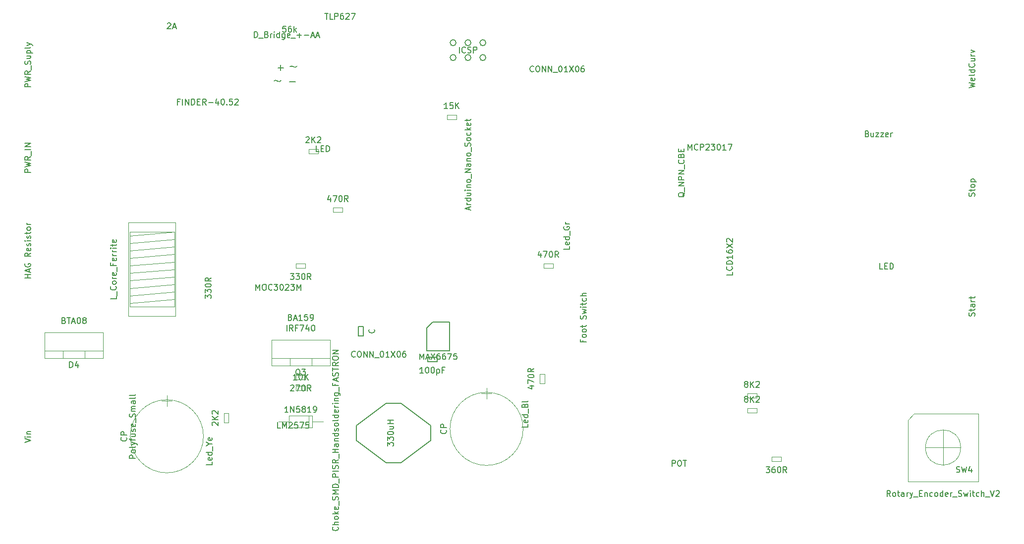
<source format=gbr>
%TF.GenerationSoftware,KiCad,Pcbnew,4.0.5+dfsg1-4*%
%TF.CreationDate,2018-12-31T14:04:09+01:00*%
%TF.ProjectId,HotAirGun,486F7441697247756E2E6B696361645F,rev?*%
%TF.FileFunction,Other,Fab,Top*%
%FSLAX46Y46*%
G04 Gerber Fmt 4.6, Leading zero omitted, Abs format (unit mm)*
G04 Created by KiCad (PCBNEW 4.0.5+dfsg1-4) date Mon Dec 31 14:04:09 2018*
%MOMM*%
%LPD*%
G01*
G04 APERTURE LIST*
%ADD10C,0.100000*%
%ADD11C,0.150000*%
%ADD12C,0.200000*%
%ADD13C,0.120000*%
G04 APERTURE END LIST*
D10*
D11*
X138938000Y-63754000D02*
G75*
G03X138938000Y-63754000I-508000J0D01*
G01*
X141478000Y-63754000D02*
G75*
G03X141478000Y-63754000I-508000J0D01*
G01*
X141478000Y-61214000D02*
G75*
G03X141478000Y-61214000I-508000J0D01*
G01*
X136398000Y-63754000D02*
G75*
G03X136398000Y-63754000I-508000J0D01*
G01*
X138938000Y-61214000D02*
G75*
G03X138938000Y-61214000I-508000J0D01*
G01*
X136398000Y-61214000D02*
G75*
G03X136398000Y-61214000I-508000J0D01*
G01*
D10*
X110655000Y-119869000D02*
X110655000Y-120669000D01*
X109055000Y-119869000D02*
X110655000Y-119869000D01*
X109055000Y-120669000D02*
X109055000Y-119869000D01*
X110655000Y-120669000D02*
X109055000Y-120669000D01*
X93245000Y-128464000D02*
G75*
G03X93245000Y-128464000I-6250000J0D01*
G01*
X86995000Y-121514000D02*
X86995000Y-123314000D01*
X87895000Y-122414000D02*
X86095000Y-122414000D01*
X147855000Y-127194000D02*
G75*
G03X147855000Y-127194000I-6250000J0D01*
G01*
X141605000Y-120244000D02*
X141605000Y-122044000D01*
X142505000Y-121144000D02*
X140705000Y-121144000D01*
X76120000Y-115149000D02*
X76120000Y-110749000D01*
X76120000Y-110749000D02*
X66120000Y-110749000D01*
X66120000Y-110749000D02*
X66120000Y-115149000D01*
X66120000Y-115149000D02*
X76120000Y-115149000D01*
X76120000Y-113879000D02*
X66120000Y-113879000D01*
X72970000Y-115149000D02*
X72970000Y-113879000D01*
X69270000Y-115149000D02*
X69270000Y-113879000D01*
X111855000Y-126984000D02*
X111855000Y-124984000D01*
X111855000Y-124984000D02*
X107855000Y-124984000D01*
X107855000Y-124984000D02*
X107855000Y-126984000D01*
X107855000Y-126984000D02*
X111855000Y-126984000D01*
X113665000Y-125984000D02*
X111855000Y-125984000D01*
X106045000Y-125984000D02*
X107855000Y-125984000D01*
X111255000Y-126984000D02*
X111255000Y-124984000D01*
X88455000Y-91949000D02*
X80455000Y-91949000D01*
X80455000Y-91949000D02*
X80455000Y-107949000D01*
X80455000Y-107949000D02*
X88455000Y-107949000D01*
X88455000Y-107949000D02*
X88455000Y-91949000D01*
X88265000Y-93549000D02*
X80645000Y-93549000D01*
X80645000Y-93549000D02*
X80645000Y-106349000D01*
X80645000Y-106349000D02*
X88265000Y-106349000D01*
X88265000Y-106349000D02*
X88265000Y-93549000D01*
X88265000Y-93549000D02*
X80645000Y-94189000D01*
X88265000Y-94829000D02*
X80645000Y-95469000D01*
X88265000Y-96109000D02*
X80645000Y-96749000D01*
X88265000Y-97389000D02*
X80645000Y-98029000D01*
X88265000Y-98669000D02*
X80645000Y-99309000D01*
X88265000Y-99949000D02*
X80645000Y-100589000D01*
X88265000Y-101229000D02*
X80645000Y-101869000D01*
X88265000Y-102509000D02*
X80645000Y-103149000D01*
X88265000Y-103789000D02*
X80645000Y-104429000D01*
X88265000Y-105069000D02*
X80645000Y-105709000D01*
X114855000Y-116419000D02*
X114855000Y-112019000D01*
X114855000Y-112019000D02*
X104855000Y-112019000D01*
X104855000Y-112019000D02*
X104855000Y-116419000D01*
X104855000Y-116419000D02*
X114855000Y-116419000D01*
X114855000Y-115149000D02*
X104855000Y-115149000D01*
X111705000Y-116419000D02*
X111705000Y-115149000D01*
X108005000Y-116419000D02*
X108005000Y-115149000D01*
D12*
X105883662Y-67774953D02*
G75*
G03X106491400Y-67665000I257738J309953D01*
G01*
X105889696Y-67762970D02*
G75*
G03X105291400Y-67765000I-298296J-252030D01*
G01*
X108614496Y-65317570D02*
G75*
G03X108016200Y-65319600I-298296J-252030D01*
G01*
X108608462Y-65329553D02*
G75*
G03X109216200Y-65219600I257738J309953D01*
G01*
X106951000Y-65472800D02*
X105951000Y-65472800D01*
X106451000Y-65972800D02*
X106451000Y-64972800D01*
X107939200Y-67918200D02*
X108939200Y-67918200D01*
D10*
X187744000Y-123679000D02*
X187744000Y-124479000D01*
X186144000Y-123679000D02*
X187744000Y-123679000D01*
X186144000Y-124479000D02*
X186144000Y-123679000D01*
X187744000Y-124479000D02*
X186144000Y-124479000D01*
X187744000Y-121139000D02*
X187744000Y-121939000D01*
X186144000Y-121139000D02*
X187744000Y-121139000D01*
X186144000Y-121939000D02*
X186144000Y-121139000D01*
X187744000Y-121939000D02*
X186144000Y-121939000D01*
D13*
X216590000Y-130389000D02*
X222590000Y-130389000D01*
X219590000Y-127389000D02*
X219590000Y-133389000D01*
X213590000Y-125689000D02*
X214590000Y-124589000D01*
X213590000Y-136189000D02*
X213590000Y-125689000D01*
X225590000Y-136189000D02*
X213590000Y-136189000D01*
X225590000Y-124589000D02*
X225590000Y-136189000D01*
X214590000Y-124589000D02*
X225590000Y-124589000D01*
X222590000Y-130389000D02*
G75*
G03X222590000Y-130389000I-3000000J0D01*
G01*
D10*
X109055000Y-118764000D02*
X109055000Y-117964000D01*
X110655000Y-118764000D02*
X109055000Y-118764000D01*
X110655000Y-117964000D02*
X110655000Y-118764000D01*
X109055000Y-117964000D02*
X110655000Y-117964000D01*
X152946000Y-98914000D02*
X152946000Y-99714000D01*
X151346000Y-98914000D02*
X152946000Y-98914000D01*
X151346000Y-99714000D02*
X151346000Y-98914000D01*
X152946000Y-99714000D02*
X151346000Y-99714000D01*
X150730000Y-117818000D02*
X151530000Y-117818000D01*
X150730000Y-119418000D02*
X150730000Y-117818000D01*
X151530000Y-119418000D02*
X150730000Y-119418000D01*
X151530000Y-117818000D02*
X151530000Y-119418000D01*
X96755000Y-124549000D02*
X97555000Y-124549000D01*
X96755000Y-126149000D02*
X96755000Y-124549000D01*
X97555000Y-126149000D02*
X96755000Y-126149000D01*
X97555000Y-124549000D02*
X97555000Y-126149000D01*
X112814000Y-79356000D02*
X112814000Y-80156000D01*
X111214000Y-79356000D02*
X112814000Y-79356000D01*
X111214000Y-80156000D02*
X111214000Y-79356000D01*
X112814000Y-80156000D02*
X111214000Y-80156000D01*
X190335000Y-132734000D02*
X190335000Y-131934000D01*
X191935000Y-132734000D02*
X190335000Y-132734000D01*
X191935000Y-131934000D02*
X191935000Y-132734000D01*
X190335000Y-131934000D02*
X191935000Y-131934000D01*
D11*
X131534000Y-115716000D02*
X131534000Y-114916000D01*
X133134000Y-115716000D02*
X131534000Y-115716000D01*
X133134000Y-114916000D02*
X133134000Y-115716000D01*
X131534000Y-114916000D02*
X133134000Y-114916000D01*
X120542000Y-111290000D02*
X119742000Y-111290000D01*
X120542000Y-109690000D02*
X120542000Y-111290000D01*
X119742000Y-109690000D02*
X120542000Y-109690000D01*
X119742000Y-111290000D02*
X119742000Y-109690000D01*
X132080000Y-129159000D02*
X132080000Y-126619000D01*
X132080000Y-126619000D02*
X127000000Y-122809000D01*
X127000000Y-122809000D02*
X124460000Y-122809000D01*
X124460000Y-122809000D02*
X119380000Y-126619000D01*
X119380000Y-126619000D02*
X119380000Y-129159000D01*
X119380000Y-129159000D02*
X124460000Y-132969000D01*
X124460000Y-132969000D02*
X127000000Y-132969000D01*
X127000000Y-132969000D02*
X132080000Y-129159000D01*
X132400000Y-108929000D02*
X135300000Y-108929000D01*
X135300000Y-108929000D02*
X135300000Y-113829000D01*
X135300000Y-113829000D02*
X131400000Y-113829000D01*
X131400000Y-113829000D02*
X131400000Y-109929000D01*
X131400000Y-109929000D02*
X132400000Y-108929000D01*
D10*
X109055000Y-99714000D02*
X109055000Y-98914000D01*
X110655000Y-99714000D02*
X109055000Y-99714000D01*
X110655000Y-98914000D02*
X110655000Y-99714000D01*
X109055000Y-98914000D02*
X110655000Y-98914000D01*
X117005000Y-89389000D02*
X117005000Y-90189000D01*
X115405000Y-89389000D02*
X117005000Y-89389000D01*
X115405000Y-90189000D02*
X115405000Y-89389000D01*
X117005000Y-90189000D02*
X115405000Y-90189000D01*
X136436000Y-73514000D02*
X136436000Y-74314000D01*
X134836000Y-73514000D02*
X136436000Y-73514000D01*
X134836000Y-74314000D02*
X134836000Y-73514000D01*
X136436000Y-74314000D02*
X134836000Y-74314000D01*
D11*
X183591461Y-100390318D02*
X183591461Y-100866509D01*
X182591461Y-100866509D01*
X183496223Y-99485556D02*
X183543842Y-99533175D01*
X183591461Y-99676032D01*
X183591461Y-99771270D01*
X183543842Y-99914128D01*
X183448604Y-100009366D01*
X183353366Y-100056985D01*
X183162890Y-100104604D01*
X183020032Y-100104604D01*
X182829556Y-100056985D01*
X182734318Y-100009366D01*
X182639080Y-99914128D01*
X182591461Y-99771270D01*
X182591461Y-99676032D01*
X182639080Y-99533175D01*
X182686699Y-99485556D01*
X183591461Y-99056985D02*
X182591461Y-99056985D01*
X182591461Y-98818890D01*
X182639080Y-98676032D01*
X182734318Y-98580794D01*
X182829556Y-98533175D01*
X183020032Y-98485556D01*
X183162890Y-98485556D01*
X183353366Y-98533175D01*
X183448604Y-98580794D01*
X183543842Y-98676032D01*
X183591461Y-98818890D01*
X183591461Y-99056985D01*
X183591461Y-97533175D02*
X183591461Y-98104604D01*
X183591461Y-97818890D02*
X182591461Y-97818890D01*
X182734318Y-97914128D01*
X182829556Y-98009366D01*
X182877175Y-98104604D01*
X182591461Y-96676032D02*
X182591461Y-96866509D01*
X182639080Y-96961747D01*
X182686699Y-97009366D01*
X182829556Y-97104604D01*
X183020032Y-97152223D01*
X183400985Y-97152223D01*
X183496223Y-97104604D01*
X183543842Y-97056985D01*
X183591461Y-96961747D01*
X183591461Y-96771270D01*
X183543842Y-96676032D01*
X183496223Y-96628413D01*
X183400985Y-96580794D01*
X183162890Y-96580794D01*
X183067651Y-96628413D01*
X183020032Y-96676032D01*
X182972413Y-96771270D01*
X182972413Y-96961747D01*
X183020032Y-97056985D01*
X183067651Y-97104604D01*
X183162890Y-97152223D01*
X182591461Y-96247461D02*
X183591461Y-95580794D01*
X182591461Y-95580794D02*
X183591461Y-96247461D01*
X182686699Y-95247461D02*
X182639080Y-95199842D01*
X182591461Y-95104604D01*
X182591461Y-94866508D01*
X182639080Y-94771270D01*
X182686699Y-94723651D01*
X182781937Y-94676032D01*
X182877175Y-94676032D01*
X183020032Y-94723651D01*
X183591461Y-95295080D01*
X183591461Y-94676032D01*
X62732381Y-129547809D02*
X63732381Y-129214476D01*
X62732381Y-128881142D01*
X63732381Y-128547809D02*
X63065714Y-128547809D01*
X62732381Y-128547809D02*
X62780000Y-128595428D01*
X62827619Y-128547809D01*
X62780000Y-128500190D01*
X62732381Y-128547809D01*
X62827619Y-128547809D01*
X63065714Y-128071619D02*
X63732381Y-128071619D01*
X63160952Y-128071619D02*
X63113333Y-128024000D01*
X63065714Y-127928762D01*
X63065714Y-127785904D01*
X63113333Y-127690666D01*
X63208571Y-127643047D01*
X63732381Y-127643047D01*
X138596667Y-89756287D02*
X138596667Y-89280096D01*
X138882381Y-89851525D02*
X137882381Y-89518192D01*
X138882381Y-89184858D01*
X138882381Y-88851525D02*
X138215714Y-88851525D01*
X138406190Y-88851525D02*
X138310952Y-88803906D01*
X138263333Y-88756287D01*
X138215714Y-88661049D01*
X138215714Y-88565810D01*
X138882381Y-87803905D02*
X137882381Y-87803905D01*
X138834762Y-87803905D02*
X138882381Y-87899143D01*
X138882381Y-88089620D01*
X138834762Y-88184858D01*
X138787143Y-88232477D01*
X138691905Y-88280096D01*
X138406190Y-88280096D01*
X138310952Y-88232477D01*
X138263333Y-88184858D01*
X138215714Y-88089620D01*
X138215714Y-87899143D01*
X138263333Y-87803905D01*
X138215714Y-86899143D02*
X138882381Y-86899143D01*
X138215714Y-87327715D02*
X138739524Y-87327715D01*
X138834762Y-87280096D01*
X138882381Y-87184858D01*
X138882381Y-87042000D01*
X138834762Y-86946762D01*
X138787143Y-86899143D01*
X138882381Y-86422953D02*
X138215714Y-86422953D01*
X137882381Y-86422953D02*
X137930000Y-86470572D01*
X137977619Y-86422953D01*
X137930000Y-86375334D01*
X137882381Y-86422953D01*
X137977619Y-86422953D01*
X138215714Y-85946763D02*
X138882381Y-85946763D01*
X138310952Y-85946763D02*
X138263333Y-85899144D01*
X138215714Y-85803906D01*
X138215714Y-85661048D01*
X138263333Y-85565810D01*
X138358571Y-85518191D01*
X138882381Y-85518191D01*
X138882381Y-84899144D02*
X138834762Y-84994382D01*
X138787143Y-85042001D01*
X138691905Y-85089620D01*
X138406190Y-85089620D01*
X138310952Y-85042001D01*
X138263333Y-84994382D01*
X138215714Y-84899144D01*
X138215714Y-84756286D01*
X138263333Y-84661048D01*
X138310952Y-84613429D01*
X138406190Y-84565810D01*
X138691905Y-84565810D01*
X138787143Y-84613429D01*
X138834762Y-84661048D01*
X138882381Y-84756286D01*
X138882381Y-84899144D01*
X138977619Y-84375334D02*
X138977619Y-83613429D01*
X138882381Y-83375334D02*
X137882381Y-83375334D01*
X138882381Y-82803905D01*
X137882381Y-82803905D01*
X138882381Y-81899143D02*
X138358571Y-81899143D01*
X138263333Y-81946762D01*
X138215714Y-82042000D01*
X138215714Y-82232477D01*
X138263333Y-82327715D01*
X138834762Y-81899143D02*
X138882381Y-81994381D01*
X138882381Y-82232477D01*
X138834762Y-82327715D01*
X138739524Y-82375334D01*
X138644286Y-82375334D01*
X138549048Y-82327715D01*
X138501429Y-82232477D01*
X138501429Y-81994381D01*
X138453810Y-81899143D01*
X138215714Y-81422953D02*
X138882381Y-81422953D01*
X138310952Y-81422953D02*
X138263333Y-81375334D01*
X138215714Y-81280096D01*
X138215714Y-81137238D01*
X138263333Y-81042000D01*
X138358571Y-80994381D01*
X138882381Y-80994381D01*
X138882381Y-80375334D02*
X138834762Y-80470572D01*
X138787143Y-80518191D01*
X138691905Y-80565810D01*
X138406190Y-80565810D01*
X138310952Y-80518191D01*
X138263333Y-80470572D01*
X138215714Y-80375334D01*
X138215714Y-80232476D01*
X138263333Y-80137238D01*
X138310952Y-80089619D01*
X138406190Y-80042000D01*
X138691905Y-80042000D01*
X138787143Y-80089619D01*
X138834762Y-80137238D01*
X138882381Y-80232476D01*
X138882381Y-80375334D01*
X138977619Y-79851524D02*
X138977619Y-79089619D01*
X138834762Y-78899143D02*
X138882381Y-78756286D01*
X138882381Y-78518190D01*
X138834762Y-78422952D01*
X138787143Y-78375333D01*
X138691905Y-78327714D01*
X138596667Y-78327714D01*
X138501429Y-78375333D01*
X138453810Y-78422952D01*
X138406190Y-78518190D01*
X138358571Y-78708667D01*
X138310952Y-78803905D01*
X138263333Y-78851524D01*
X138168095Y-78899143D01*
X138072857Y-78899143D01*
X137977619Y-78851524D01*
X137930000Y-78803905D01*
X137882381Y-78708667D01*
X137882381Y-78470571D01*
X137930000Y-78327714D01*
X138882381Y-77756286D02*
X138834762Y-77851524D01*
X138787143Y-77899143D01*
X138691905Y-77946762D01*
X138406190Y-77946762D01*
X138310952Y-77899143D01*
X138263333Y-77851524D01*
X138215714Y-77756286D01*
X138215714Y-77613428D01*
X138263333Y-77518190D01*
X138310952Y-77470571D01*
X138406190Y-77422952D01*
X138691905Y-77422952D01*
X138787143Y-77470571D01*
X138834762Y-77518190D01*
X138882381Y-77613428D01*
X138882381Y-77756286D01*
X138834762Y-76565809D02*
X138882381Y-76661047D01*
X138882381Y-76851524D01*
X138834762Y-76946762D01*
X138787143Y-76994381D01*
X138691905Y-77042000D01*
X138406190Y-77042000D01*
X138310952Y-76994381D01*
X138263333Y-76946762D01*
X138215714Y-76851524D01*
X138215714Y-76661047D01*
X138263333Y-76565809D01*
X138882381Y-76137238D02*
X137882381Y-76137238D01*
X138501429Y-76042000D02*
X138882381Y-75756285D01*
X138215714Y-75756285D02*
X138596667Y-76137238D01*
X138834762Y-74946761D02*
X138882381Y-75041999D01*
X138882381Y-75232476D01*
X138834762Y-75327714D01*
X138739524Y-75375333D01*
X138358571Y-75375333D01*
X138263333Y-75327714D01*
X138215714Y-75232476D01*
X138215714Y-75041999D01*
X138263333Y-74946761D01*
X138358571Y-74899142D01*
X138453810Y-74899142D01*
X138549048Y-75375333D01*
X138215714Y-74613428D02*
X138215714Y-74232476D01*
X137882381Y-74470571D02*
X138739524Y-74470571D01*
X138834762Y-74422952D01*
X138882381Y-74327714D01*
X138882381Y-74232476D01*
X136953810Y-62936381D02*
X136953810Y-61936381D01*
X138001429Y-62841143D02*
X137953810Y-62888762D01*
X137810953Y-62936381D01*
X137715715Y-62936381D01*
X137572857Y-62888762D01*
X137477619Y-62793524D01*
X137430000Y-62698286D01*
X137382381Y-62507810D01*
X137382381Y-62364952D01*
X137430000Y-62174476D01*
X137477619Y-62079238D01*
X137572857Y-61984000D01*
X137715715Y-61936381D01*
X137810953Y-61936381D01*
X137953810Y-61984000D01*
X138001429Y-62031619D01*
X138382381Y-62888762D02*
X138525238Y-62936381D01*
X138763334Y-62936381D01*
X138858572Y-62888762D01*
X138906191Y-62841143D01*
X138953810Y-62745905D01*
X138953810Y-62650667D01*
X138906191Y-62555429D01*
X138858572Y-62507810D01*
X138763334Y-62460190D01*
X138572857Y-62412571D01*
X138477619Y-62364952D01*
X138430000Y-62317333D01*
X138382381Y-62222095D01*
X138382381Y-62126857D01*
X138430000Y-62031619D01*
X138477619Y-61984000D01*
X138572857Y-61936381D01*
X138810953Y-61936381D01*
X138953810Y-61984000D01*
X139382381Y-62936381D02*
X139382381Y-61936381D01*
X139763334Y-61936381D01*
X139858572Y-61984000D01*
X139906191Y-62031619D01*
X139953810Y-62126857D01*
X139953810Y-62269714D01*
X139906191Y-62364952D01*
X139858572Y-62412571D01*
X139763334Y-62460190D01*
X139382381Y-62460190D01*
X109164524Y-118821381D02*
X108593095Y-118821381D01*
X108878809Y-118821381D02*
X108878809Y-117821381D01*
X108783571Y-117964238D01*
X108688333Y-118059476D01*
X108593095Y-118107095D01*
X109783571Y-117821381D02*
X109878810Y-117821381D01*
X109974048Y-117869000D01*
X110021667Y-117916619D01*
X110069286Y-118011857D01*
X110116905Y-118202333D01*
X110116905Y-118440429D01*
X110069286Y-118630905D01*
X110021667Y-118726143D01*
X109974048Y-118773762D01*
X109878810Y-118821381D01*
X109783571Y-118821381D01*
X109688333Y-118773762D01*
X109640714Y-118726143D01*
X109593095Y-118630905D01*
X109545476Y-118440429D01*
X109545476Y-118202333D01*
X109593095Y-118011857D01*
X109640714Y-117916619D01*
X109688333Y-117869000D01*
X109783571Y-117821381D01*
X110545476Y-118821381D02*
X110545476Y-117821381D01*
X111116905Y-118821381D02*
X110688333Y-118249952D01*
X111116905Y-117821381D02*
X110545476Y-118392810D01*
X80042143Y-128654476D02*
X80089762Y-128702095D01*
X80137381Y-128844952D01*
X80137381Y-128940190D01*
X80089762Y-129083048D01*
X79994524Y-129178286D01*
X79899286Y-129225905D01*
X79708810Y-129273524D01*
X79565952Y-129273524D01*
X79375476Y-129225905D01*
X79280238Y-129178286D01*
X79185000Y-129083048D01*
X79137381Y-128940190D01*
X79137381Y-128844952D01*
X79185000Y-128702095D01*
X79232619Y-128654476D01*
X80137381Y-128225905D02*
X79137381Y-128225905D01*
X79137381Y-127844952D01*
X79185000Y-127749714D01*
X79232619Y-127702095D01*
X79327857Y-127654476D01*
X79470714Y-127654476D01*
X79565952Y-127702095D01*
X79613571Y-127749714D01*
X79661190Y-127844952D01*
X79661190Y-128225905D01*
X134652143Y-127384476D02*
X134699762Y-127432095D01*
X134747381Y-127574952D01*
X134747381Y-127670190D01*
X134699762Y-127813048D01*
X134604524Y-127908286D01*
X134509286Y-127955905D01*
X134318810Y-128003524D01*
X134175952Y-128003524D01*
X133985476Y-127955905D01*
X133890238Y-127908286D01*
X133795000Y-127813048D01*
X133747381Y-127670190D01*
X133747381Y-127574952D01*
X133795000Y-127432095D01*
X133842619Y-127384476D01*
X134747381Y-126955905D02*
X133747381Y-126955905D01*
X133747381Y-126574952D01*
X133795000Y-126479714D01*
X133842619Y-126432095D01*
X133937857Y-126384476D01*
X134080714Y-126384476D01*
X134175952Y-126432095D01*
X134223571Y-126479714D01*
X134271190Y-126574952D01*
X134271190Y-126955905D01*
X69429524Y-108657571D02*
X69572381Y-108705190D01*
X69620000Y-108752810D01*
X69667619Y-108848048D01*
X69667619Y-108990905D01*
X69620000Y-109086143D01*
X69572381Y-109133762D01*
X69477143Y-109181381D01*
X69096190Y-109181381D01*
X69096190Y-108181381D01*
X69429524Y-108181381D01*
X69524762Y-108229000D01*
X69572381Y-108276619D01*
X69620000Y-108371857D01*
X69620000Y-108467095D01*
X69572381Y-108562333D01*
X69524762Y-108609952D01*
X69429524Y-108657571D01*
X69096190Y-108657571D01*
X69953333Y-108181381D02*
X70524762Y-108181381D01*
X70239047Y-109181381D02*
X70239047Y-108181381D01*
X70810476Y-108895667D02*
X71286667Y-108895667D01*
X70715238Y-109181381D02*
X71048571Y-108181381D01*
X71381905Y-109181381D01*
X71905714Y-108181381D02*
X72000953Y-108181381D01*
X72096191Y-108229000D01*
X72143810Y-108276619D01*
X72191429Y-108371857D01*
X72239048Y-108562333D01*
X72239048Y-108800429D01*
X72191429Y-108990905D01*
X72143810Y-109086143D01*
X72096191Y-109133762D01*
X72000953Y-109181381D01*
X71905714Y-109181381D01*
X71810476Y-109133762D01*
X71762857Y-109086143D01*
X71715238Y-108990905D01*
X71667619Y-108800429D01*
X71667619Y-108562333D01*
X71715238Y-108371857D01*
X71762857Y-108276619D01*
X71810476Y-108229000D01*
X71905714Y-108181381D01*
X72810476Y-108609952D02*
X72715238Y-108562333D01*
X72667619Y-108514714D01*
X72620000Y-108419476D01*
X72620000Y-108371857D01*
X72667619Y-108276619D01*
X72715238Y-108229000D01*
X72810476Y-108181381D01*
X73000953Y-108181381D01*
X73096191Y-108229000D01*
X73143810Y-108276619D01*
X73191429Y-108371857D01*
X73191429Y-108419476D01*
X73143810Y-108514714D01*
X73096191Y-108562333D01*
X73000953Y-108609952D01*
X72810476Y-108609952D01*
X72715238Y-108657571D01*
X72667619Y-108705190D01*
X72620000Y-108800429D01*
X72620000Y-108990905D01*
X72667619Y-109086143D01*
X72715238Y-109133762D01*
X72810476Y-109181381D01*
X73000953Y-109181381D01*
X73096191Y-109133762D01*
X73143810Y-109086143D01*
X73191429Y-108990905D01*
X73191429Y-108800429D01*
X73143810Y-108705190D01*
X73096191Y-108657571D01*
X73000953Y-108609952D01*
X70381905Y-116721381D02*
X70381905Y-115721381D01*
X70620000Y-115721381D01*
X70762858Y-115769000D01*
X70858096Y-115864238D01*
X70905715Y-115959476D01*
X70953334Y-116149952D01*
X70953334Y-116292810D01*
X70905715Y-116483286D01*
X70858096Y-116578524D01*
X70762858Y-116673762D01*
X70620000Y-116721381D01*
X70381905Y-116721381D01*
X71810477Y-116054714D02*
X71810477Y-116721381D01*
X71572381Y-115673762D02*
X71334286Y-116388048D01*
X71953334Y-116388048D01*
X107712143Y-124376381D02*
X107140714Y-124376381D01*
X107426428Y-124376381D02*
X107426428Y-123376381D01*
X107331190Y-123519238D01*
X107235952Y-123614476D01*
X107140714Y-123662095D01*
X108140714Y-124376381D02*
X108140714Y-123376381D01*
X108712143Y-124376381D01*
X108712143Y-123376381D01*
X109664524Y-123376381D02*
X109188333Y-123376381D01*
X109140714Y-123852571D01*
X109188333Y-123804952D01*
X109283571Y-123757333D01*
X109521667Y-123757333D01*
X109616905Y-123804952D01*
X109664524Y-123852571D01*
X109712143Y-123947810D01*
X109712143Y-124185905D01*
X109664524Y-124281143D01*
X109616905Y-124328762D01*
X109521667Y-124376381D01*
X109283571Y-124376381D01*
X109188333Y-124328762D01*
X109140714Y-124281143D01*
X110283571Y-123804952D02*
X110188333Y-123757333D01*
X110140714Y-123709714D01*
X110093095Y-123614476D01*
X110093095Y-123566857D01*
X110140714Y-123471619D01*
X110188333Y-123424000D01*
X110283571Y-123376381D01*
X110474048Y-123376381D01*
X110569286Y-123424000D01*
X110616905Y-123471619D01*
X110664524Y-123566857D01*
X110664524Y-123614476D01*
X110616905Y-123709714D01*
X110569286Y-123757333D01*
X110474048Y-123804952D01*
X110283571Y-123804952D01*
X110188333Y-123852571D01*
X110140714Y-123900190D01*
X110093095Y-123995429D01*
X110093095Y-124185905D01*
X110140714Y-124281143D01*
X110188333Y-124328762D01*
X110283571Y-124376381D01*
X110474048Y-124376381D01*
X110569286Y-124328762D01*
X110616905Y-124281143D01*
X110664524Y-124185905D01*
X110664524Y-123995429D01*
X110616905Y-123900190D01*
X110569286Y-123852571D01*
X110474048Y-123804952D01*
X111616905Y-124376381D02*
X111045476Y-124376381D01*
X111331190Y-124376381D02*
X111331190Y-123376381D01*
X111235952Y-123519238D01*
X111140714Y-123614476D01*
X111045476Y-123662095D01*
X112093095Y-124376381D02*
X112283571Y-124376381D01*
X112378810Y-124328762D01*
X112426429Y-124281143D01*
X112521667Y-124138286D01*
X112569286Y-123947810D01*
X112569286Y-123566857D01*
X112521667Y-123471619D01*
X112474048Y-123424000D01*
X112378810Y-123376381D01*
X112188333Y-123376381D01*
X112093095Y-123424000D01*
X112045476Y-123471619D01*
X111997857Y-123566857D01*
X111997857Y-123804952D01*
X112045476Y-123900190D01*
X112093095Y-123947810D01*
X112188333Y-123995429D01*
X112378810Y-123995429D01*
X112474048Y-123947810D01*
X112521667Y-123900190D01*
X112569286Y-123804952D01*
X78347381Y-104520429D02*
X78347381Y-104996620D01*
X77347381Y-104996620D01*
X78442619Y-104425191D02*
X78442619Y-103663286D01*
X78252143Y-102853762D02*
X78299762Y-102901381D01*
X78347381Y-103044238D01*
X78347381Y-103139476D01*
X78299762Y-103282334D01*
X78204524Y-103377572D01*
X78109286Y-103425191D01*
X77918810Y-103472810D01*
X77775952Y-103472810D01*
X77585476Y-103425191D01*
X77490238Y-103377572D01*
X77395000Y-103282334D01*
X77347381Y-103139476D01*
X77347381Y-103044238D01*
X77395000Y-102901381D01*
X77442619Y-102853762D01*
X78347381Y-102282334D02*
X78299762Y-102377572D01*
X78252143Y-102425191D01*
X78156905Y-102472810D01*
X77871190Y-102472810D01*
X77775952Y-102425191D01*
X77728333Y-102377572D01*
X77680714Y-102282334D01*
X77680714Y-102139476D01*
X77728333Y-102044238D01*
X77775952Y-101996619D01*
X77871190Y-101949000D01*
X78156905Y-101949000D01*
X78252143Y-101996619D01*
X78299762Y-102044238D01*
X78347381Y-102139476D01*
X78347381Y-102282334D01*
X78347381Y-101520429D02*
X77680714Y-101520429D01*
X77871190Y-101520429D02*
X77775952Y-101472810D01*
X77728333Y-101425191D01*
X77680714Y-101329953D01*
X77680714Y-101234714D01*
X78299762Y-100520428D02*
X78347381Y-100615666D01*
X78347381Y-100806143D01*
X78299762Y-100901381D01*
X78204524Y-100949000D01*
X77823571Y-100949000D01*
X77728333Y-100901381D01*
X77680714Y-100806143D01*
X77680714Y-100615666D01*
X77728333Y-100520428D01*
X77823571Y-100472809D01*
X77918810Y-100472809D01*
X78014048Y-100949000D01*
X78442619Y-100282333D02*
X78442619Y-99520428D01*
X77823571Y-98948999D02*
X77823571Y-99282333D01*
X78347381Y-99282333D02*
X77347381Y-99282333D01*
X77347381Y-98806142D01*
X78299762Y-98044237D02*
X78347381Y-98139475D01*
X78347381Y-98329952D01*
X78299762Y-98425190D01*
X78204524Y-98472809D01*
X77823571Y-98472809D01*
X77728333Y-98425190D01*
X77680714Y-98329952D01*
X77680714Y-98139475D01*
X77728333Y-98044237D01*
X77823571Y-97996618D01*
X77918810Y-97996618D01*
X78014048Y-98472809D01*
X78347381Y-97568047D02*
X77680714Y-97568047D01*
X77871190Y-97568047D02*
X77775952Y-97520428D01*
X77728333Y-97472809D01*
X77680714Y-97377571D01*
X77680714Y-97282332D01*
X78347381Y-96948999D02*
X77680714Y-96948999D01*
X77871190Y-96948999D02*
X77775952Y-96901380D01*
X77728333Y-96853761D01*
X77680714Y-96758523D01*
X77680714Y-96663284D01*
X78347381Y-96329951D02*
X77680714Y-96329951D01*
X77347381Y-96329951D02*
X77395000Y-96377570D01*
X77442619Y-96329951D01*
X77395000Y-96282332D01*
X77347381Y-96329951D01*
X77442619Y-96329951D01*
X77680714Y-95996618D02*
X77680714Y-95615666D01*
X77347381Y-95853761D02*
X78204524Y-95853761D01*
X78299762Y-95806142D01*
X78347381Y-95710904D01*
X78347381Y-95615666D01*
X78299762Y-94901379D02*
X78347381Y-94996617D01*
X78347381Y-95187094D01*
X78299762Y-95282332D01*
X78204524Y-95329951D01*
X77823571Y-95329951D01*
X77728333Y-95282332D01*
X77680714Y-95187094D01*
X77680714Y-94996617D01*
X77728333Y-94901379D01*
X77823571Y-94853760D01*
X77918810Y-94853760D01*
X78014048Y-95329951D01*
X107497857Y-110451381D02*
X107497857Y-109451381D01*
X108545476Y-110451381D02*
X108212142Y-109975190D01*
X107974047Y-110451381D02*
X107974047Y-109451381D01*
X108355000Y-109451381D01*
X108450238Y-109499000D01*
X108497857Y-109546619D01*
X108545476Y-109641857D01*
X108545476Y-109784714D01*
X108497857Y-109879952D01*
X108450238Y-109927571D01*
X108355000Y-109975190D01*
X107974047Y-109975190D01*
X109307381Y-109927571D02*
X108974047Y-109927571D01*
X108974047Y-110451381D02*
X108974047Y-109451381D01*
X109450238Y-109451381D01*
X109735952Y-109451381D02*
X110402619Y-109451381D01*
X109974047Y-110451381D01*
X111212143Y-109784714D02*
X111212143Y-110451381D01*
X110974047Y-109403762D02*
X110735952Y-110118048D01*
X111355000Y-110118048D01*
X111926428Y-109451381D02*
X112021667Y-109451381D01*
X112116905Y-109499000D01*
X112164524Y-109546619D01*
X112212143Y-109641857D01*
X112259762Y-109832333D01*
X112259762Y-110070429D01*
X112212143Y-110260905D01*
X112164524Y-110356143D01*
X112116905Y-110403762D01*
X112021667Y-110451381D01*
X111926428Y-110451381D01*
X111831190Y-110403762D01*
X111783571Y-110356143D01*
X111735952Y-110260905D01*
X111688333Y-110070429D01*
X111688333Y-109832333D01*
X111735952Y-109641857D01*
X111783571Y-109546619D01*
X111831190Y-109499000D01*
X111926428Y-109451381D01*
X109759762Y-118086619D02*
X109664524Y-118039000D01*
X109569286Y-117943762D01*
X109426429Y-117800905D01*
X109331190Y-117753286D01*
X109235952Y-117753286D01*
X109283571Y-117991381D02*
X109188333Y-117943762D01*
X109093095Y-117848524D01*
X109045476Y-117658048D01*
X109045476Y-117324714D01*
X109093095Y-117134238D01*
X109188333Y-117039000D01*
X109283571Y-116991381D01*
X109474048Y-116991381D01*
X109569286Y-117039000D01*
X109664524Y-117134238D01*
X109712143Y-117324714D01*
X109712143Y-117658048D01*
X109664524Y-117848524D01*
X109569286Y-117943762D01*
X109474048Y-117991381D01*
X109283571Y-117991381D01*
X110045476Y-116991381D02*
X110664524Y-116991381D01*
X110331190Y-117372333D01*
X110474048Y-117372333D01*
X110569286Y-117419952D01*
X110616905Y-117467571D01*
X110664524Y-117562810D01*
X110664524Y-117800905D01*
X110616905Y-117896143D01*
X110569286Y-117943762D01*
X110474048Y-117991381D01*
X110188333Y-117991381D01*
X110093095Y-117943762D01*
X110045476Y-117896143D01*
X224940762Y-107918048D02*
X224988381Y-107775191D01*
X224988381Y-107537095D01*
X224940762Y-107441857D01*
X224893143Y-107394238D01*
X224797905Y-107346619D01*
X224702667Y-107346619D01*
X224607429Y-107394238D01*
X224559810Y-107441857D01*
X224512190Y-107537095D01*
X224464571Y-107727572D01*
X224416952Y-107822810D01*
X224369333Y-107870429D01*
X224274095Y-107918048D01*
X224178857Y-107918048D01*
X224083619Y-107870429D01*
X224036000Y-107822810D01*
X223988381Y-107727572D01*
X223988381Y-107489476D01*
X224036000Y-107346619D01*
X224321714Y-107060905D02*
X224321714Y-106679953D01*
X223988381Y-106918048D02*
X224845524Y-106918048D01*
X224940762Y-106870429D01*
X224988381Y-106775191D01*
X224988381Y-106679953D01*
X224988381Y-105918047D02*
X224464571Y-105918047D01*
X224369333Y-105965666D01*
X224321714Y-106060904D01*
X224321714Y-106251381D01*
X224369333Y-106346619D01*
X224940762Y-105918047D02*
X224988381Y-106013285D01*
X224988381Y-106251381D01*
X224940762Y-106346619D01*
X224845524Y-106394238D01*
X224750286Y-106394238D01*
X224655048Y-106346619D01*
X224607429Y-106251381D01*
X224607429Y-106013285D01*
X224559810Y-105918047D01*
X224988381Y-105441857D02*
X224321714Y-105441857D01*
X224512190Y-105441857D02*
X224416952Y-105394238D01*
X224369333Y-105346619D01*
X224321714Y-105251381D01*
X224321714Y-105156142D01*
X224321714Y-104965666D02*
X224321714Y-104584714D01*
X223988381Y-104822809D02*
X224845524Y-104822809D01*
X224940762Y-104775190D01*
X224988381Y-104679952D01*
X224988381Y-104584714D01*
X224940762Y-87455191D02*
X224988381Y-87312334D01*
X224988381Y-87074238D01*
X224940762Y-86979000D01*
X224893143Y-86931381D01*
X224797905Y-86883762D01*
X224702667Y-86883762D01*
X224607429Y-86931381D01*
X224559810Y-86979000D01*
X224512190Y-87074238D01*
X224464571Y-87264715D01*
X224416952Y-87359953D01*
X224369333Y-87407572D01*
X224274095Y-87455191D01*
X224178857Y-87455191D01*
X224083619Y-87407572D01*
X224036000Y-87359953D01*
X223988381Y-87264715D01*
X223988381Y-87026619D01*
X224036000Y-86883762D01*
X224321714Y-86598048D02*
X224321714Y-86217096D01*
X223988381Y-86455191D02*
X224845524Y-86455191D01*
X224940762Y-86407572D01*
X224988381Y-86312334D01*
X224988381Y-86217096D01*
X224988381Y-85740905D02*
X224940762Y-85836143D01*
X224893143Y-85883762D01*
X224797905Y-85931381D01*
X224512190Y-85931381D01*
X224416952Y-85883762D01*
X224369333Y-85836143D01*
X224321714Y-85740905D01*
X224321714Y-85598047D01*
X224369333Y-85502809D01*
X224416952Y-85455190D01*
X224512190Y-85407571D01*
X224797905Y-85407571D01*
X224893143Y-85455190D01*
X224940762Y-85502809D01*
X224988381Y-85598047D01*
X224988381Y-85740905D01*
X224321714Y-84979000D02*
X225321714Y-84979000D01*
X224369333Y-84979000D02*
X224321714Y-84883762D01*
X224321714Y-84693285D01*
X224369333Y-84598047D01*
X224416952Y-84550428D01*
X224512190Y-84502809D01*
X224797905Y-84502809D01*
X224893143Y-84550428D01*
X224940762Y-84598047D01*
X224988381Y-84693285D01*
X224988381Y-84883762D01*
X224940762Y-84979000D01*
X223988381Y-68873286D02*
X224988381Y-68635191D01*
X224274095Y-68444714D01*
X224988381Y-68254238D01*
X223988381Y-68016143D01*
X224940762Y-67254238D02*
X224988381Y-67349476D01*
X224988381Y-67539953D01*
X224940762Y-67635191D01*
X224845524Y-67682810D01*
X224464571Y-67682810D01*
X224369333Y-67635191D01*
X224321714Y-67539953D01*
X224321714Y-67349476D01*
X224369333Y-67254238D01*
X224464571Y-67206619D01*
X224559810Y-67206619D01*
X224655048Y-67682810D01*
X224988381Y-66635191D02*
X224940762Y-66730429D01*
X224845524Y-66778048D01*
X223988381Y-66778048D01*
X224988381Y-65825666D02*
X223988381Y-65825666D01*
X224940762Y-65825666D02*
X224988381Y-65920904D01*
X224988381Y-66111381D01*
X224940762Y-66206619D01*
X224893143Y-66254238D01*
X224797905Y-66301857D01*
X224512190Y-66301857D01*
X224416952Y-66254238D01*
X224369333Y-66206619D01*
X224321714Y-66111381D01*
X224321714Y-65920904D01*
X224369333Y-65825666D01*
X224893143Y-64778047D02*
X224940762Y-64825666D01*
X224988381Y-64968523D01*
X224988381Y-65063761D01*
X224940762Y-65206619D01*
X224845524Y-65301857D01*
X224750286Y-65349476D01*
X224559810Y-65397095D01*
X224416952Y-65397095D01*
X224226476Y-65349476D01*
X224131238Y-65301857D01*
X224036000Y-65206619D01*
X223988381Y-65063761D01*
X223988381Y-64968523D01*
X224036000Y-64825666D01*
X224083619Y-64778047D01*
X224321714Y-63920904D02*
X224988381Y-63920904D01*
X224321714Y-64349476D02*
X224845524Y-64349476D01*
X224940762Y-64301857D01*
X224988381Y-64206619D01*
X224988381Y-64063761D01*
X224940762Y-63968523D01*
X224893143Y-63920904D01*
X224988381Y-63444714D02*
X224321714Y-63444714D01*
X224512190Y-63444714D02*
X224416952Y-63397095D01*
X224369333Y-63349476D01*
X224321714Y-63254238D01*
X224321714Y-63158999D01*
X224321714Y-62920904D02*
X224988381Y-62682809D01*
X224321714Y-62444713D01*
X101942000Y-60320181D02*
X101942000Y-59320181D01*
X102180095Y-59320181D01*
X102322953Y-59367800D01*
X102418191Y-59463038D01*
X102465810Y-59558276D01*
X102513429Y-59748752D01*
X102513429Y-59891610D01*
X102465810Y-60082086D01*
X102418191Y-60177324D01*
X102322953Y-60272562D01*
X102180095Y-60320181D01*
X101942000Y-60320181D01*
X102703905Y-60415419D02*
X103465810Y-60415419D01*
X104037239Y-59796371D02*
X104180096Y-59843990D01*
X104227715Y-59891610D01*
X104275334Y-59986848D01*
X104275334Y-60129705D01*
X104227715Y-60224943D01*
X104180096Y-60272562D01*
X104084858Y-60320181D01*
X103703905Y-60320181D01*
X103703905Y-59320181D01*
X104037239Y-59320181D01*
X104132477Y-59367800D01*
X104180096Y-59415419D01*
X104227715Y-59510657D01*
X104227715Y-59605895D01*
X104180096Y-59701133D01*
X104132477Y-59748752D01*
X104037239Y-59796371D01*
X103703905Y-59796371D01*
X104703905Y-60320181D02*
X104703905Y-59653514D01*
X104703905Y-59843990D02*
X104751524Y-59748752D01*
X104799143Y-59701133D01*
X104894381Y-59653514D01*
X104989620Y-59653514D01*
X105322953Y-60320181D02*
X105322953Y-59653514D01*
X105322953Y-59320181D02*
X105275334Y-59367800D01*
X105322953Y-59415419D01*
X105370572Y-59367800D01*
X105322953Y-59320181D01*
X105322953Y-59415419D01*
X106227715Y-60320181D02*
X106227715Y-59320181D01*
X106227715Y-60272562D02*
X106132477Y-60320181D01*
X105942000Y-60320181D01*
X105846762Y-60272562D01*
X105799143Y-60224943D01*
X105751524Y-60129705D01*
X105751524Y-59843990D01*
X105799143Y-59748752D01*
X105846762Y-59701133D01*
X105942000Y-59653514D01*
X106132477Y-59653514D01*
X106227715Y-59701133D01*
X107132477Y-59653514D02*
X107132477Y-60463038D01*
X107084858Y-60558276D01*
X107037239Y-60605895D01*
X106942000Y-60653514D01*
X106799143Y-60653514D01*
X106703905Y-60605895D01*
X107132477Y-60272562D02*
X107037239Y-60320181D01*
X106846762Y-60320181D01*
X106751524Y-60272562D01*
X106703905Y-60224943D01*
X106656286Y-60129705D01*
X106656286Y-59843990D01*
X106703905Y-59748752D01*
X106751524Y-59701133D01*
X106846762Y-59653514D01*
X107037239Y-59653514D01*
X107132477Y-59701133D01*
X107989620Y-60272562D02*
X107894382Y-60320181D01*
X107703905Y-60320181D01*
X107608667Y-60272562D01*
X107561048Y-60177324D01*
X107561048Y-59796371D01*
X107608667Y-59701133D01*
X107703905Y-59653514D01*
X107894382Y-59653514D01*
X107989620Y-59701133D01*
X108037239Y-59796371D01*
X108037239Y-59891610D01*
X107561048Y-59986848D01*
X108227715Y-60415419D02*
X108989620Y-60415419D01*
X109227715Y-59939229D02*
X109989620Y-59939229D01*
X109608668Y-60320181D02*
X109608668Y-59558276D01*
X110465810Y-59939229D02*
X111227715Y-59939229D01*
X111656286Y-60034467D02*
X112132477Y-60034467D01*
X111561048Y-60320181D02*
X111894381Y-59320181D01*
X112227715Y-60320181D01*
X112513429Y-60034467D02*
X112989620Y-60034467D01*
X112418191Y-60320181D02*
X112751524Y-59320181D01*
X113084858Y-60320181D01*
X107307143Y-58380381D02*
X106830952Y-58380381D01*
X106783333Y-58856571D01*
X106830952Y-58808952D01*
X106926190Y-58761333D01*
X107164286Y-58761333D01*
X107259524Y-58808952D01*
X107307143Y-58856571D01*
X107354762Y-58951810D01*
X107354762Y-59189905D01*
X107307143Y-59285143D01*
X107259524Y-59332762D01*
X107164286Y-59380381D01*
X106926190Y-59380381D01*
X106830952Y-59332762D01*
X106783333Y-59285143D01*
X108211905Y-58380381D02*
X108021428Y-58380381D01*
X107926190Y-58428000D01*
X107878571Y-58475619D01*
X107783333Y-58618476D01*
X107735714Y-58808952D01*
X107735714Y-59189905D01*
X107783333Y-59285143D01*
X107830952Y-59332762D01*
X107926190Y-59380381D01*
X108116667Y-59380381D01*
X108211905Y-59332762D01*
X108259524Y-59285143D01*
X108307143Y-59189905D01*
X108307143Y-58951810D01*
X108259524Y-58856571D01*
X108211905Y-58808952D01*
X108116667Y-58761333D01*
X107926190Y-58761333D01*
X107830952Y-58808952D01*
X107783333Y-58856571D01*
X107735714Y-58951810D01*
X108735714Y-59380381D02*
X108735714Y-58380381D01*
X108830952Y-58999429D02*
X109116667Y-59380381D01*
X109116667Y-58713714D02*
X108735714Y-59094667D01*
X108069286Y-108132571D02*
X108212143Y-108180190D01*
X108259762Y-108227810D01*
X108307381Y-108323048D01*
X108307381Y-108465905D01*
X108259762Y-108561143D01*
X108212143Y-108608762D01*
X108116905Y-108656381D01*
X107735952Y-108656381D01*
X107735952Y-107656381D01*
X108069286Y-107656381D01*
X108164524Y-107704000D01*
X108212143Y-107751619D01*
X108259762Y-107846857D01*
X108259762Y-107942095D01*
X108212143Y-108037333D01*
X108164524Y-108084952D01*
X108069286Y-108132571D01*
X107735952Y-108132571D01*
X108688333Y-108370667D02*
X109164524Y-108370667D01*
X108593095Y-108656381D02*
X108926428Y-107656381D01*
X109259762Y-108656381D01*
X110116905Y-108656381D02*
X109545476Y-108656381D01*
X109831190Y-108656381D02*
X109831190Y-107656381D01*
X109735952Y-107799238D01*
X109640714Y-107894476D01*
X109545476Y-107942095D01*
X111021667Y-107656381D02*
X110545476Y-107656381D01*
X110497857Y-108132571D01*
X110545476Y-108084952D01*
X110640714Y-108037333D01*
X110878810Y-108037333D01*
X110974048Y-108084952D01*
X111021667Y-108132571D01*
X111069286Y-108227810D01*
X111069286Y-108465905D01*
X111021667Y-108561143D01*
X110974048Y-108608762D01*
X110878810Y-108656381D01*
X110640714Y-108656381D01*
X110545476Y-108608762D01*
X110497857Y-108561143D01*
X111545476Y-108656381D02*
X111735952Y-108656381D01*
X111831191Y-108608762D01*
X111878810Y-108561143D01*
X111974048Y-108418286D01*
X112021667Y-108227810D01*
X112021667Y-107846857D01*
X111974048Y-107751619D01*
X111926429Y-107704000D01*
X111831191Y-107656381D01*
X111640714Y-107656381D01*
X111545476Y-107704000D01*
X111497857Y-107751619D01*
X111450238Y-107846857D01*
X111450238Y-108084952D01*
X111497857Y-108180190D01*
X111545476Y-108227810D01*
X111640714Y-108275429D01*
X111831191Y-108275429D01*
X111926429Y-108227810D01*
X111974048Y-108180190D01*
X112021667Y-108084952D01*
X93559381Y-104909714D02*
X93559381Y-104290666D01*
X93940333Y-104624000D01*
X93940333Y-104481142D01*
X93987952Y-104385904D01*
X94035571Y-104338285D01*
X94130810Y-104290666D01*
X94368905Y-104290666D01*
X94464143Y-104338285D01*
X94511762Y-104385904D01*
X94559381Y-104481142D01*
X94559381Y-104766857D01*
X94511762Y-104862095D01*
X94464143Y-104909714D01*
X93559381Y-103957333D02*
X93559381Y-103338285D01*
X93940333Y-103671619D01*
X93940333Y-103528761D01*
X93987952Y-103433523D01*
X94035571Y-103385904D01*
X94130810Y-103338285D01*
X94368905Y-103338285D01*
X94464143Y-103385904D01*
X94511762Y-103433523D01*
X94559381Y-103528761D01*
X94559381Y-103814476D01*
X94511762Y-103909714D01*
X94464143Y-103957333D01*
X93559381Y-102719238D02*
X93559381Y-102623999D01*
X93607000Y-102528761D01*
X93654619Y-102481142D01*
X93749857Y-102433523D01*
X93940333Y-102385904D01*
X94178429Y-102385904D01*
X94368905Y-102433523D01*
X94464143Y-102481142D01*
X94511762Y-102528761D01*
X94559381Y-102623999D01*
X94559381Y-102719238D01*
X94511762Y-102814476D01*
X94464143Y-102862095D01*
X94368905Y-102909714D01*
X94178429Y-102957333D01*
X93940333Y-102957333D01*
X93749857Y-102909714D01*
X93654619Y-102862095D01*
X93607000Y-102814476D01*
X93559381Y-102719238D01*
X94559381Y-101385904D02*
X94083190Y-101719238D01*
X94559381Y-101957333D02*
X93559381Y-101957333D01*
X93559381Y-101576380D01*
X93607000Y-101481142D01*
X93654619Y-101433523D01*
X93749857Y-101385904D01*
X93892714Y-101385904D01*
X93987952Y-101433523D01*
X94035571Y-101481142D01*
X94083190Y-101576380D01*
X94083190Y-101957333D01*
X185872571Y-122059952D02*
X185777333Y-122012333D01*
X185729714Y-121964714D01*
X185682095Y-121869476D01*
X185682095Y-121821857D01*
X185729714Y-121726619D01*
X185777333Y-121679000D01*
X185872571Y-121631381D01*
X186063048Y-121631381D01*
X186158286Y-121679000D01*
X186205905Y-121726619D01*
X186253524Y-121821857D01*
X186253524Y-121869476D01*
X186205905Y-121964714D01*
X186158286Y-122012333D01*
X186063048Y-122059952D01*
X185872571Y-122059952D01*
X185777333Y-122107571D01*
X185729714Y-122155190D01*
X185682095Y-122250429D01*
X185682095Y-122440905D01*
X185729714Y-122536143D01*
X185777333Y-122583762D01*
X185872571Y-122631381D01*
X186063048Y-122631381D01*
X186158286Y-122583762D01*
X186205905Y-122536143D01*
X186253524Y-122440905D01*
X186253524Y-122250429D01*
X186205905Y-122155190D01*
X186158286Y-122107571D01*
X186063048Y-122059952D01*
X186682095Y-122631381D02*
X186682095Y-121631381D01*
X187253524Y-122631381D02*
X186824952Y-122059952D01*
X187253524Y-121631381D02*
X186682095Y-122202810D01*
X187634476Y-121726619D02*
X187682095Y-121679000D01*
X187777333Y-121631381D01*
X188015429Y-121631381D01*
X188110667Y-121679000D01*
X188158286Y-121726619D01*
X188205905Y-121821857D01*
X188205905Y-121917095D01*
X188158286Y-122059952D01*
X187586857Y-122631381D01*
X188205905Y-122631381D01*
X185872571Y-119519952D02*
X185777333Y-119472333D01*
X185729714Y-119424714D01*
X185682095Y-119329476D01*
X185682095Y-119281857D01*
X185729714Y-119186619D01*
X185777333Y-119139000D01*
X185872571Y-119091381D01*
X186063048Y-119091381D01*
X186158286Y-119139000D01*
X186205905Y-119186619D01*
X186253524Y-119281857D01*
X186253524Y-119329476D01*
X186205905Y-119424714D01*
X186158286Y-119472333D01*
X186063048Y-119519952D01*
X185872571Y-119519952D01*
X185777333Y-119567571D01*
X185729714Y-119615190D01*
X185682095Y-119710429D01*
X185682095Y-119900905D01*
X185729714Y-119996143D01*
X185777333Y-120043762D01*
X185872571Y-120091381D01*
X186063048Y-120091381D01*
X186158286Y-120043762D01*
X186205905Y-119996143D01*
X186253524Y-119900905D01*
X186253524Y-119710429D01*
X186205905Y-119615190D01*
X186158286Y-119567571D01*
X186063048Y-119519952D01*
X186682095Y-120091381D02*
X186682095Y-119091381D01*
X187253524Y-120091381D02*
X186824952Y-119519952D01*
X187253524Y-119091381D02*
X186682095Y-119662810D01*
X187634476Y-119186619D02*
X187682095Y-119139000D01*
X187777333Y-119091381D01*
X188015429Y-119091381D01*
X188110667Y-119139000D01*
X188158286Y-119186619D01*
X188205905Y-119281857D01*
X188205905Y-119377095D01*
X188158286Y-119519952D01*
X187586857Y-120091381D01*
X188205905Y-120091381D01*
X206620669Y-76763571D02*
X206763526Y-76811190D01*
X206811145Y-76858810D01*
X206858764Y-76954048D01*
X206858764Y-77096905D01*
X206811145Y-77192143D01*
X206763526Y-77239762D01*
X206668288Y-77287381D01*
X206287335Y-77287381D01*
X206287335Y-76287381D01*
X206620669Y-76287381D01*
X206715907Y-76335000D01*
X206763526Y-76382619D01*
X206811145Y-76477857D01*
X206811145Y-76573095D01*
X206763526Y-76668333D01*
X206715907Y-76715952D01*
X206620669Y-76763571D01*
X206287335Y-76763571D01*
X207715907Y-76620714D02*
X207715907Y-77287381D01*
X207287335Y-76620714D02*
X207287335Y-77144524D01*
X207334954Y-77239762D01*
X207430192Y-77287381D01*
X207573050Y-77287381D01*
X207668288Y-77239762D01*
X207715907Y-77192143D01*
X208096859Y-76620714D02*
X208620669Y-76620714D01*
X208096859Y-77287381D01*
X208620669Y-77287381D01*
X208906383Y-76620714D02*
X209430193Y-76620714D01*
X208906383Y-77287381D01*
X209430193Y-77287381D01*
X210192098Y-77239762D02*
X210096860Y-77287381D01*
X209906383Y-77287381D01*
X209811145Y-77239762D01*
X209763526Y-77144524D01*
X209763526Y-76763571D01*
X209811145Y-76668333D01*
X209906383Y-76620714D01*
X210096860Y-76620714D01*
X210192098Y-76668333D01*
X210239717Y-76763571D01*
X210239717Y-76858810D01*
X209763526Y-76954048D01*
X210668288Y-77287381D02*
X210668288Y-76620714D01*
X210668288Y-76811190D02*
X210715907Y-76715952D01*
X210763526Y-76668333D01*
X210858764Y-76620714D01*
X210954003Y-76620714D01*
X63732381Y-68762096D02*
X62732381Y-68762096D01*
X62732381Y-68381143D01*
X62780000Y-68285905D01*
X62827619Y-68238286D01*
X62922857Y-68190667D01*
X63065714Y-68190667D01*
X63160952Y-68238286D01*
X63208571Y-68285905D01*
X63256190Y-68381143D01*
X63256190Y-68762096D01*
X62732381Y-67857334D02*
X63732381Y-67619239D01*
X63018095Y-67428762D01*
X63732381Y-67238286D01*
X62732381Y-67000191D01*
X63732381Y-66047810D02*
X63256190Y-66381144D01*
X63732381Y-66619239D02*
X62732381Y-66619239D01*
X62732381Y-66238286D01*
X62780000Y-66143048D01*
X62827619Y-66095429D01*
X62922857Y-66047810D01*
X63065714Y-66047810D01*
X63160952Y-66095429D01*
X63208571Y-66143048D01*
X63256190Y-66238286D01*
X63256190Y-66619239D01*
X63827619Y-65857334D02*
X63827619Y-65095429D01*
X63684762Y-64904953D02*
X63732381Y-64762096D01*
X63732381Y-64524000D01*
X63684762Y-64428762D01*
X63637143Y-64381143D01*
X63541905Y-64333524D01*
X63446667Y-64333524D01*
X63351429Y-64381143D01*
X63303810Y-64428762D01*
X63256190Y-64524000D01*
X63208571Y-64714477D01*
X63160952Y-64809715D01*
X63113333Y-64857334D01*
X63018095Y-64904953D01*
X62922857Y-64904953D01*
X62827619Y-64857334D01*
X62780000Y-64809715D01*
X62732381Y-64714477D01*
X62732381Y-64476381D01*
X62780000Y-64333524D01*
X63065714Y-63476381D02*
X63732381Y-63476381D01*
X63065714Y-63904953D02*
X63589524Y-63904953D01*
X63684762Y-63857334D01*
X63732381Y-63762096D01*
X63732381Y-63619238D01*
X63684762Y-63524000D01*
X63637143Y-63476381D01*
X63065714Y-63000191D02*
X64065714Y-63000191D01*
X63113333Y-63000191D02*
X63065714Y-62904953D01*
X63065714Y-62714476D01*
X63113333Y-62619238D01*
X63160952Y-62571619D01*
X63256190Y-62524000D01*
X63541905Y-62524000D01*
X63637143Y-62571619D01*
X63684762Y-62619238D01*
X63732381Y-62714476D01*
X63732381Y-62904953D01*
X63684762Y-63000191D01*
X63732381Y-61952572D02*
X63684762Y-62047810D01*
X63589524Y-62095429D01*
X62732381Y-62095429D01*
X63065714Y-61666857D02*
X63732381Y-61428762D01*
X63065714Y-61190666D02*
X63732381Y-61428762D01*
X63970476Y-61524000D01*
X64018095Y-61571619D01*
X64065714Y-61666857D01*
X63732381Y-83375190D02*
X62732381Y-83375190D01*
X62732381Y-82994237D01*
X62780000Y-82898999D01*
X62827619Y-82851380D01*
X62922857Y-82803761D01*
X63065714Y-82803761D01*
X63160952Y-82851380D01*
X63208571Y-82898999D01*
X63256190Y-82994237D01*
X63256190Y-83375190D01*
X62732381Y-82470428D02*
X63732381Y-82232333D01*
X63018095Y-82041856D01*
X63732381Y-81851380D01*
X62732381Y-81613285D01*
X63732381Y-80660904D02*
X63256190Y-80994238D01*
X63732381Y-81232333D02*
X62732381Y-81232333D01*
X62732381Y-80851380D01*
X62780000Y-80756142D01*
X62827619Y-80708523D01*
X62922857Y-80660904D01*
X63065714Y-80660904D01*
X63160952Y-80708523D01*
X63208571Y-80756142D01*
X63256190Y-80851380D01*
X63256190Y-81232333D01*
X63827619Y-80470428D02*
X63827619Y-79708523D01*
X63732381Y-79470428D02*
X62732381Y-79470428D01*
X63732381Y-78994238D02*
X62732381Y-78994238D01*
X63732381Y-78422809D01*
X62732381Y-78422809D01*
X63732381Y-101393048D02*
X62732381Y-101393048D01*
X63208571Y-101393048D02*
X63208571Y-100821619D01*
X63732381Y-100821619D02*
X62732381Y-100821619D01*
X63446667Y-100393048D02*
X63446667Y-99916857D01*
X63732381Y-100488286D02*
X62732381Y-100154953D01*
X63732381Y-99821619D01*
X62780000Y-98964476D02*
X62732381Y-99059714D01*
X62732381Y-99202571D01*
X62780000Y-99345429D01*
X62875238Y-99440667D01*
X62970476Y-99488286D01*
X63160952Y-99535905D01*
X63303810Y-99535905D01*
X63494286Y-99488286D01*
X63589524Y-99440667D01*
X63684762Y-99345429D01*
X63732381Y-99202571D01*
X63732381Y-99107333D01*
X63684762Y-98964476D01*
X63637143Y-98916857D01*
X63303810Y-98916857D01*
X63303810Y-99107333D01*
X63732381Y-97154952D02*
X63256190Y-97488286D01*
X63732381Y-97726381D02*
X62732381Y-97726381D01*
X62732381Y-97345428D01*
X62780000Y-97250190D01*
X62827619Y-97202571D01*
X62922857Y-97154952D01*
X63065714Y-97154952D01*
X63160952Y-97202571D01*
X63208571Y-97250190D01*
X63256190Y-97345428D01*
X63256190Y-97726381D01*
X63684762Y-96345428D02*
X63732381Y-96440666D01*
X63732381Y-96631143D01*
X63684762Y-96726381D01*
X63589524Y-96774000D01*
X63208571Y-96774000D01*
X63113333Y-96726381D01*
X63065714Y-96631143D01*
X63065714Y-96440666D01*
X63113333Y-96345428D01*
X63208571Y-96297809D01*
X63303810Y-96297809D01*
X63399048Y-96774000D01*
X63684762Y-95916857D02*
X63732381Y-95821619D01*
X63732381Y-95631143D01*
X63684762Y-95535904D01*
X63589524Y-95488285D01*
X63541905Y-95488285D01*
X63446667Y-95535904D01*
X63399048Y-95631143D01*
X63399048Y-95774000D01*
X63351429Y-95869238D01*
X63256190Y-95916857D01*
X63208571Y-95916857D01*
X63113333Y-95869238D01*
X63065714Y-95774000D01*
X63065714Y-95631143D01*
X63113333Y-95535904D01*
X63732381Y-95059714D02*
X63065714Y-95059714D01*
X62732381Y-95059714D02*
X62780000Y-95107333D01*
X62827619Y-95059714D01*
X62780000Y-95012095D01*
X62732381Y-95059714D01*
X62827619Y-95059714D01*
X63684762Y-94631143D02*
X63732381Y-94535905D01*
X63732381Y-94345429D01*
X63684762Y-94250190D01*
X63589524Y-94202571D01*
X63541905Y-94202571D01*
X63446667Y-94250190D01*
X63399048Y-94345429D01*
X63399048Y-94488286D01*
X63351429Y-94583524D01*
X63256190Y-94631143D01*
X63208571Y-94631143D01*
X63113333Y-94583524D01*
X63065714Y-94488286D01*
X63065714Y-94345429D01*
X63113333Y-94250190D01*
X63065714Y-93916857D02*
X63065714Y-93535905D01*
X62732381Y-93774000D02*
X63589524Y-93774000D01*
X63684762Y-93726381D01*
X63732381Y-93631143D01*
X63732381Y-93535905D01*
X63732381Y-93059714D02*
X63684762Y-93154952D01*
X63637143Y-93202571D01*
X63541905Y-93250190D01*
X63256190Y-93250190D01*
X63160952Y-93202571D01*
X63113333Y-93154952D01*
X63065714Y-93059714D01*
X63065714Y-92916856D01*
X63113333Y-92821618D01*
X63160952Y-92773999D01*
X63256190Y-92726380D01*
X63541905Y-92726380D01*
X63637143Y-92773999D01*
X63684762Y-92821618D01*
X63732381Y-92916856D01*
X63732381Y-93059714D01*
X63732381Y-92297809D02*
X63065714Y-92297809D01*
X63256190Y-92297809D02*
X63160952Y-92250190D01*
X63113333Y-92202571D01*
X63065714Y-92107333D01*
X63065714Y-92012094D01*
X102211667Y-103486381D02*
X102211667Y-102486381D01*
X102545001Y-103200667D01*
X102878334Y-102486381D01*
X102878334Y-103486381D01*
X103545000Y-102486381D02*
X103735477Y-102486381D01*
X103830715Y-102534000D01*
X103925953Y-102629238D01*
X103973572Y-102819714D01*
X103973572Y-103153048D01*
X103925953Y-103343524D01*
X103830715Y-103438762D01*
X103735477Y-103486381D01*
X103545000Y-103486381D01*
X103449762Y-103438762D01*
X103354524Y-103343524D01*
X103306905Y-103153048D01*
X103306905Y-102819714D01*
X103354524Y-102629238D01*
X103449762Y-102534000D01*
X103545000Y-102486381D01*
X104973572Y-103391143D02*
X104925953Y-103438762D01*
X104783096Y-103486381D01*
X104687858Y-103486381D01*
X104545000Y-103438762D01*
X104449762Y-103343524D01*
X104402143Y-103248286D01*
X104354524Y-103057810D01*
X104354524Y-102914952D01*
X104402143Y-102724476D01*
X104449762Y-102629238D01*
X104545000Y-102534000D01*
X104687858Y-102486381D01*
X104783096Y-102486381D01*
X104925953Y-102534000D01*
X104973572Y-102581619D01*
X105306905Y-102486381D02*
X105925953Y-102486381D01*
X105592619Y-102867333D01*
X105735477Y-102867333D01*
X105830715Y-102914952D01*
X105878334Y-102962571D01*
X105925953Y-103057810D01*
X105925953Y-103295905D01*
X105878334Y-103391143D01*
X105830715Y-103438762D01*
X105735477Y-103486381D01*
X105449762Y-103486381D01*
X105354524Y-103438762D01*
X105306905Y-103391143D01*
X106545000Y-102486381D02*
X106640239Y-102486381D01*
X106735477Y-102534000D01*
X106783096Y-102581619D01*
X106830715Y-102676857D01*
X106878334Y-102867333D01*
X106878334Y-103105429D01*
X106830715Y-103295905D01*
X106783096Y-103391143D01*
X106735477Y-103438762D01*
X106640239Y-103486381D01*
X106545000Y-103486381D01*
X106449762Y-103438762D01*
X106402143Y-103391143D01*
X106354524Y-103295905D01*
X106306905Y-103105429D01*
X106306905Y-102867333D01*
X106354524Y-102676857D01*
X106402143Y-102581619D01*
X106449762Y-102534000D01*
X106545000Y-102486381D01*
X107259286Y-102581619D02*
X107306905Y-102534000D01*
X107402143Y-102486381D01*
X107640239Y-102486381D01*
X107735477Y-102534000D01*
X107783096Y-102581619D01*
X107830715Y-102676857D01*
X107830715Y-102772095D01*
X107783096Y-102914952D01*
X107211667Y-103486381D01*
X107830715Y-103486381D01*
X108164048Y-102486381D02*
X108783096Y-102486381D01*
X108449762Y-102867333D01*
X108592620Y-102867333D01*
X108687858Y-102914952D01*
X108735477Y-102962571D01*
X108783096Y-103057810D01*
X108783096Y-103295905D01*
X108735477Y-103391143D01*
X108687858Y-103438762D01*
X108592620Y-103486381D01*
X108306905Y-103486381D01*
X108211667Y-103438762D01*
X108164048Y-103391143D01*
X109211667Y-103486381D02*
X109211667Y-102486381D01*
X109545001Y-103200667D01*
X109878334Y-102486381D01*
X109878334Y-103486381D01*
X113966952Y-56184381D02*
X114538381Y-56184381D01*
X114252666Y-57184381D02*
X114252666Y-56184381D01*
X115347905Y-57184381D02*
X114871714Y-57184381D01*
X114871714Y-56184381D01*
X115681238Y-57184381D02*
X115681238Y-56184381D01*
X116062191Y-56184381D01*
X116157429Y-56232000D01*
X116205048Y-56279619D01*
X116252667Y-56374857D01*
X116252667Y-56517714D01*
X116205048Y-56612952D01*
X116157429Y-56660571D01*
X116062191Y-56708190D01*
X115681238Y-56708190D01*
X117109810Y-56184381D02*
X116919333Y-56184381D01*
X116824095Y-56232000D01*
X116776476Y-56279619D01*
X116681238Y-56422476D01*
X116633619Y-56612952D01*
X116633619Y-56993905D01*
X116681238Y-57089143D01*
X116728857Y-57136762D01*
X116824095Y-57184381D01*
X117014572Y-57184381D01*
X117109810Y-57136762D01*
X117157429Y-57089143D01*
X117205048Y-56993905D01*
X117205048Y-56755810D01*
X117157429Y-56660571D01*
X117109810Y-56612952D01*
X117014572Y-56565333D01*
X116824095Y-56565333D01*
X116728857Y-56612952D01*
X116681238Y-56660571D01*
X116633619Y-56755810D01*
X117586000Y-56279619D02*
X117633619Y-56232000D01*
X117728857Y-56184381D01*
X117966953Y-56184381D01*
X118062191Y-56232000D01*
X118109810Y-56279619D01*
X118157429Y-56374857D01*
X118157429Y-56470095D01*
X118109810Y-56612952D01*
X117538381Y-57184381D01*
X118157429Y-57184381D01*
X118490762Y-56184381D02*
X119157429Y-56184381D01*
X118728857Y-57184381D01*
X106418334Y-127071381D02*
X105942143Y-127071381D01*
X105942143Y-126071381D01*
X106751667Y-127071381D02*
X106751667Y-126071381D01*
X107085001Y-126785667D01*
X107418334Y-126071381D01*
X107418334Y-127071381D01*
X107846905Y-126166619D02*
X107894524Y-126119000D01*
X107989762Y-126071381D01*
X108227858Y-126071381D01*
X108323096Y-126119000D01*
X108370715Y-126166619D01*
X108418334Y-126261857D01*
X108418334Y-126357095D01*
X108370715Y-126499952D01*
X107799286Y-127071381D01*
X108418334Y-127071381D01*
X109323096Y-126071381D02*
X108846905Y-126071381D01*
X108799286Y-126547571D01*
X108846905Y-126499952D01*
X108942143Y-126452333D01*
X109180239Y-126452333D01*
X109275477Y-126499952D01*
X109323096Y-126547571D01*
X109370715Y-126642810D01*
X109370715Y-126880905D01*
X109323096Y-126976143D01*
X109275477Y-127023762D01*
X109180239Y-127071381D01*
X108942143Y-127071381D01*
X108846905Y-127023762D01*
X108799286Y-126976143D01*
X109704048Y-126071381D02*
X110370715Y-126071381D01*
X109942143Y-127071381D01*
X111227858Y-126071381D02*
X110751667Y-126071381D01*
X110704048Y-126547571D01*
X110751667Y-126499952D01*
X110846905Y-126452333D01*
X111085001Y-126452333D01*
X111180239Y-126499952D01*
X111227858Y-126547571D01*
X111275477Y-126642810D01*
X111275477Y-126880905D01*
X111227858Y-126976143D01*
X111180239Y-127023762D01*
X111085001Y-127071381D01*
X110846905Y-127071381D01*
X110751667Y-127023762D01*
X110704048Y-126976143D01*
X175990714Y-79536381D02*
X175990714Y-78536381D01*
X176324048Y-79250667D01*
X176657381Y-78536381D01*
X176657381Y-79536381D01*
X177705000Y-79441143D02*
X177657381Y-79488762D01*
X177514524Y-79536381D01*
X177419286Y-79536381D01*
X177276428Y-79488762D01*
X177181190Y-79393524D01*
X177133571Y-79298286D01*
X177085952Y-79107810D01*
X177085952Y-78964952D01*
X177133571Y-78774476D01*
X177181190Y-78679238D01*
X177276428Y-78584000D01*
X177419286Y-78536381D01*
X177514524Y-78536381D01*
X177657381Y-78584000D01*
X177705000Y-78631619D01*
X178133571Y-79536381D02*
X178133571Y-78536381D01*
X178514524Y-78536381D01*
X178609762Y-78584000D01*
X178657381Y-78631619D01*
X178705000Y-78726857D01*
X178705000Y-78869714D01*
X178657381Y-78964952D01*
X178609762Y-79012571D01*
X178514524Y-79060190D01*
X178133571Y-79060190D01*
X179085952Y-78631619D02*
X179133571Y-78584000D01*
X179228809Y-78536381D01*
X179466905Y-78536381D01*
X179562143Y-78584000D01*
X179609762Y-78631619D01*
X179657381Y-78726857D01*
X179657381Y-78822095D01*
X179609762Y-78964952D01*
X179038333Y-79536381D01*
X179657381Y-79536381D01*
X179990714Y-78536381D02*
X180609762Y-78536381D01*
X180276428Y-78917333D01*
X180419286Y-78917333D01*
X180514524Y-78964952D01*
X180562143Y-79012571D01*
X180609762Y-79107810D01*
X180609762Y-79345905D01*
X180562143Y-79441143D01*
X180514524Y-79488762D01*
X180419286Y-79536381D01*
X180133571Y-79536381D01*
X180038333Y-79488762D01*
X179990714Y-79441143D01*
X181228809Y-78536381D02*
X181324048Y-78536381D01*
X181419286Y-78584000D01*
X181466905Y-78631619D01*
X181514524Y-78726857D01*
X181562143Y-78917333D01*
X181562143Y-79155429D01*
X181514524Y-79345905D01*
X181466905Y-79441143D01*
X181419286Y-79488762D01*
X181324048Y-79536381D01*
X181228809Y-79536381D01*
X181133571Y-79488762D01*
X181085952Y-79441143D01*
X181038333Y-79345905D01*
X180990714Y-79155429D01*
X180990714Y-78917333D01*
X181038333Y-78726857D01*
X181085952Y-78631619D01*
X181133571Y-78584000D01*
X181228809Y-78536381D01*
X182514524Y-79536381D02*
X181943095Y-79536381D01*
X182228809Y-79536381D02*
X182228809Y-78536381D01*
X182133571Y-78679238D01*
X182038333Y-78774476D01*
X181943095Y-78822095D01*
X182847857Y-78536381D02*
X183514524Y-78536381D01*
X183085952Y-79536381D01*
X210589999Y-138741381D02*
X210256665Y-138265190D01*
X210018570Y-138741381D02*
X210018570Y-137741381D01*
X210399523Y-137741381D01*
X210494761Y-137789000D01*
X210542380Y-137836619D01*
X210589999Y-137931857D01*
X210589999Y-138074714D01*
X210542380Y-138169952D01*
X210494761Y-138217571D01*
X210399523Y-138265190D01*
X210018570Y-138265190D01*
X211161427Y-138741381D02*
X211066189Y-138693762D01*
X211018570Y-138646143D01*
X210970951Y-138550905D01*
X210970951Y-138265190D01*
X211018570Y-138169952D01*
X211066189Y-138122333D01*
X211161427Y-138074714D01*
X211304285Y-138074714D01*
X211399523Y-138122333D01*
X211447142Y-138169952D01*
X211494761Y-138265190D01*
X211494761Y-138550905D01*
X211447142Y-138646143D01*
X211399523Y-138693762D01*
X211304285Y-138741381D01*
X211161427Y-138741381D01*
X211780475Y-138074714D02*
X212161427Y-138074714D01*
X211923332Y-137741381D02*
X211923332Y-138598524D01*
X211970951Y-138693762D01*
X212066189Y-138741381D01*
X212161427Y-138741381D01*
X212923333Y-138741381D02*
X212923333Y-138217571D01*
X212875714Y-138122333D01*
X212780476Y-138074714D01*
X212589999Y-138074714D01*
X212494761Y-138122333D01*
X212923333Y-138693762D02*
X212828095Y-138741381D01*
X212589999Y-138741381D01*
X212494761Y-138693762D01*
X212447142Y-138598524D01*
X212447142Y-138503286D01*
X212494761Y-138408048D01*
X212589999Y-138360429D01*
X212828095Y-138360429D01*
X212923333Y-138312810D01*
X213399523Y-138741381D02*
X213399523Y-138074714D01*
X213399523Y-138265190D02*
X213447142Y-138169952D01*
X213494761Y-138122333D01*
X213589999Y-138074714D01*
X213685238Y-138074714D01*
X213923333Y-138074714D02*
X214161428Y-138741381D01*
X214399524Y-138074714D02*
X214161428Y-138741381D01*
X214066190Y-138979476D01*
X214018571Y-139027095D01*
X213923333Y-139074714D01*
X214542381Y-138836619D02*
X215304286Y-138836619D01*
X215542381Y-138217571D02*
X215875715Y-138217571D01*
X216018572Y-138741381D02*
X215542381Y-138741381D01*
X215542381Y-137741381D01*
X216018572Y-137741381D01*
X216447143Y-138074714D02*
X216447143Y-138741381D01*
X216447143Y-138169952D02*
X216494762Y-138122333D01*
X216590000Y-138074714D01*
X216732858Y-138074714D01*
X216828096Y-138122333D01*
X216875715Y-138217571D01*
X216875715Y-138741381D01*
X217780477Y-138693762D02*
X217685239Y-138741381D01*
X217494762Y-138741381D01*
X217399524Y-138693762D01*
X217351905Y-138646143D01*
X217304286Y-138550905D01*
X217304286Y-138265190D01*
X217351905Y-138169952D01*
X217399524Y-138122333D01*
X217494762Y-138074714D01*
X217685239Y-138074714D01*
X217780477Y-138122333D01*
X218351905Y-138741381D02*
X218256667Y-138693762D01*
X218209048Y-138646143D01*
X218161429Y-138550905D01*
X218161429Y-138265190D01*
X218209048Y-138169952D01*
X218256667Y-138122333D01*
X218351905Y-138074714D01*
X218494763Y-138074714D01*
X218590001Y-138122333D01*
X218637620Y-138169952D01*
X218685239Y-138265190D01*
X218685239Y-138550905D01*
X218637620Y-138646143D01*
X218590001Y-138693762D01*
X218494763Y-138741381D01*
X218351905Y-138741381D01*
X219542382Y-138741381D02*
X219542382Y-137741381D01*
X219542382Y-138693762D02*
X219447144Y-138741381D01*
X219256667Y-138741381D01*
X219161429Y-138693762D01*
X219113810Y-138646143D01*
X219066191Y-138550905D01*
X219066191Y-138265190D01*
X219113810Y-138169952D01*
X219161429Y-138122333D01*
X219256667Y-138074714D01*
X219447144Y-138074714D01*
X219542382Y-138122333D01*
X220399525Y-138693762D02*
X220304287Y-138741381D01*
X220113810Y-138741381D01*
X220018572Y-138693762D01*
X219970953Y-138598524D01*
X219970953Y-138217571D01*
X220018572Y-138122333D01*
X220113810Y-138074714D01*
X220304287Y-138074714D01*
X220399525Y-138122333D01*
X220447144Y-138217571D01*
X220447144Y-138312810D01*
X219970953Y-138408048D01*
X220875715Y-138741381D02*
X220875715Y-138074714D01*
X220875715Y-138265190D02*
X220923334Y-138169952D01*
X220970953Y-138122333D01*
X221066191Y-138074714D01*
X221161430Y-138074714D01*
X221256668Y-138836619D02*
X222018573Y-138836619D01*
X222209049Y-138693762D02*
X222351906Y-138741381D01*
X222590002Y-138741381D01*
X222685240Y-138693762D01*
X222732859Y-138646143D01*
X222780478Y-138550905D01*
X222780478Y-138455667D01*
X222732859Y-138360429D01*
X222685240Y-138312810D01*
X222590002Y-138265190D01*
X222399525Y-138217571D01*
X222304287Y-138169952D01*
X222256668Y-138122333D01*
X222209049Y-138027095D01*
X222209049Y-137931857D01*
X222256668Y-137836619D01*
X222304287Y-137789000D01*
X222399525Y-137741381D01*
X222637621Y-137741381D01*
X222780478Y-137789000D01*
X223113811Y-138074714D02*
X223304287Y-138741381D01*
X223494764Y-138265190D01*
X223685240Y-138741381D01*
X223875716Y-138074714D01*
X224256668Y-138741381D02*
X224256668Y-138074714D01*
X224256668Y-137741381D02*
X224209049Y-137789000D01*
X224256668Y-137836619D01*
X224304287Y-137789000D01*
X224256668Y-137741381D01*
X224256668Y-137836619D01*
X224590001Y-138074714D02*
X224970953Y-138074714D01*
X224732858Y-137741381D02*
X224732858Y-138598524D01*
X224780477Y-138693762D01*
X224875715Y-138741381D01*
X224970953Y-138741381D01*
X225732859Y-138693762D02*
X225637621Y-138741381D01*
X225447144Y-138741381D01*
X225351906Y-138693762D01*
X225304287Y-138646143D01*
X225256668Y-138550905D01*
X225256668Y-138265190D01*
X225304287Y-138169952D01*
X225351906Y-138122333D01*
X225447144Y-138074714D01*
X225637621Y-138074714D01*
X225732859Y-138122333D01*
X226161430Y-138741381D02*
X226161430Y-137741381D01*
X226590002Y-138741381D02*
X226590002Y-138217571D01*
X226542383Y-138122333D01*
X226447145Y-138074714D01*
X226304287Y-138074714D01*
X226209049Y-138122333D01*
X226161430Y-138169952D01*
X226828097Y-138836619D02*
X227590002Y-138836619D01*
X227685240Y-137741381D02*
X228018573Y-138741381D01*
X228351907Y-137741381D01*
X228637621Y-137836619D02*
X228685240Y-137789000D01*
X228780478Y-137741381D01*
X229018574Y-137741381D01*
X229113812Y-137789000D01*
X229161431Y-137836619D01*
X229209050Y-137931857D01*
X229209050Y-138027095D01*
X229161431Y-138169952D01*
X228590002Y-138741381D01*
X229209050Y-138741381D01*
X221856667Y-134593762D02*
X221999524Y-134641381D01*
X222237620Y-134641381D01*
X222332858Y-134593762D01*
X222380477Y-134546143D01*
X222428096Y-134450905D01*
X222428096Y-134355667D01*
X222380477Y-134260429D01*
X222332858Y-134212810D01*
X222237620Y-134165190D01*
X222047143Y-134117571D01*
X221951905Y-134069952D01*
X221904286Y-134022333D01*
X221856667Y-133927095D01*
X221856667Y-133831857D01*
X221904286Y-133736619D01*
X221951905Y-133689000D01*
X222047143Y-133641381D01*
X222285239Y-133641381D01*
X222428096Y-133689000D01*
X222761429Y-133641381D02*
X222999524Y-134641381D01*
X223190001Y-133927095D01*
X223380477Y-134641381D01*
X223618572Y-133641381D01*
X224428096Y-133974714D02*
X224428096Y-134641381D01*
X224190000Y-133593762D02*
X223951905Y-134308048D01*
X224570953Y-134308048D01*
X108116905Y-119811619D02*
X108164524Y-119764000D01*
X108259762Y-119716381D01*
X108497858Y-119716381D01*
X108593096Y-119764000D01*
X108640715Y-119811619D01*
X108688334Y-119906857D01*
X108688334Y-120002095D01*
X108640715Y-120144952D01*
X108069286Y-120716381D01*
X108688334Y-120716381D01*
X109021667Y-119716381D02*
X109688334Y-119716381D01*
X109259762Y-120716381D01*
X110259762Y-119716381D02*
X110355001Y-119716381D01*
X110450239Y-119764000D01*
X110497858Y-119811619D01*
X110545477Y-119906857D01*
X110593096Y-120097333D01*
X110593096Y-120335429D01*
X110545477Y-120525905D01*
X110497858Y-120621143D01*
X110450239Y-120668762D01*
X110355001Y-120716381D01*
X110259762Y-120716381D01*
X110164524Y-120668762D01*
X110116905Y-120621143D01*
X110069286Y-120525905D01*
X110021667Y-120335429D01*
X110021667Y-120097333D01*
X110069286Y-119906857D01*
X110116905Y-119811619D01*
X110164524Y-119764000D01*
X110259762Y-119716381D01*
X111593096Y-120716381D02*
X111259762Y-120240190D01*
X111021667Y-120716381D02*
X111021667Y-119716381D01*
X111402620Y-119716381D01*
X111497858Y-119764000D01*
X111545477Y-119811619D01*
X111593096Y-119906857D01*
X111593096Y-120049714D01*
X111545477Y-120144952D01*
X111497858Y-120192571D01*
X111402620Y-120240190D01*
X111021667Y-120240190D01*
X150884096Y-97199714D02*
X150884096Y-97866381D01*
X150646000Y-96818762D02*
X150407905Y-97533048D01*
X151026953Y-97533048D01*
X151312667Y-96866381D02*
X151979334Y-96866381D01*
X151550762Y-97866381D01*
X152550762Y-96866381D02*
X152646001Y-96866381D01*
X152741239Y-96914000D01*
X152788858Y-96961619D01*
X152836477Y-97056857D01*
X152884096Y-97247333D01*
X152884096Y-97485429D01*
X152836477Y-97675905D01*
X152788858Y-97771143D01*
X152741239Y-97818762D01*
X152646001Y-97866381D01*
X152550762Y-97866381D01*
X152455524Y-97818762D01*
X152407905Y-97771143D01*
X152360286Y-97675905D01*
X152312667Y-97485429D01*
X152312667Y-97247333D01*
X152360286Y-97056857D01*
X152407905Y-96961619D01*
X152455524Y-96914000D01*
X152550762Y-96866381D01*
X153884096Y-97866381D02*
X153550762Y-97390190D01*
X153312667Y-97866381D02*
X153312667Y-96866381D01*
X153693620Y-96866381D01*
X153788858Y-96914000D01*
X153836477Y-96961619D01*
X153884096Y-97056857D01*
X153884096Y-97199714D01*
X153836477Y-97294952D01*
X153788858Y-97342571D01*
X153693620Y-97390190D01*
X153312667Y-97390190D01*
X149015714Y-119879904D02*
X149682381Y-119879904D01*
X148634762Y-120118000D02*
X149349048Y-120356095D01*
X149349048Y-119737047D01*
X148682381Y-119451333D02*
X148682381Y-118784666D01*
X149682381Y-119213238D01*
X148682381Y-118213238D02*
X148682381Y-118117999D01*
X148730000Y-118022761D01*
X148777619Y-117975142D01*
X148872857Y-117927523D01*
X149063333Y-117879904D01*
X149301429Y-117879904D01*
X149491905Y-117927523D01*
X149587143Y-117975142D01*
X149634762Y-118022761D01*
X149682381Y-118117999D01*
X149682381Y-118213238D01*
X149634762Y-118308476D01*
X149587143Y-118356095D01*
X149491905Y-118403714D01*
X149301429Y-118451333D01*
X149063333Y-118451333D01*
X148872857Y-118403714D01*
X148777619Y-118356095D01*
X148730000Y-118308476D01*
X148682381Y-118213238D01*
X149682381Y-116879904D02*
X149206190Y-117213238D01*
X149682381Y-117451333D02*
X148682381Y-117451333D01*
X148682381Y-117070380D01*
X148730000Y-116975142D01*
X148777619Y-116927523D01*
X148872857Y-116879904D01*
X149015714Y-116879904D01*
X149110952Y-116927523D01*
X149158571Y-116975142D01*
X149206190Y-117070380D01*
X149206190Y-117451333D01*
X94802619Y-126610905D02*
X94755000Y-126563286D01*
X94707381Y-126468048D01*
X94707381Y-126229952D01*
X94755000Y-126134714D01*
X94802619Y-126087095D01*
X94897857Y-126039476D01*
X94993095Y-126039476D01*
X95135952Y-126087095D01*
X95707381Y-126658524D01*
X95707381Y-126039476D01*
X95707381Y-125610905D02*
X94707381Y-125610905D01*
X95707381Y-125039476D02*
X95135952Y-125468048D01*
X94707381Y-125039476D02*
X95278810Y-125610905D01*
X94802619Y-124658524D02*
X94755000Y-124610905D01*
X94707381Y-124515667D01*
X94707381Y-124277571D01*
X94755000Y-124182333D01*
X94802619Y-124134714D01*
X94897857Y-124087095D01*
X94993095Y-124087095D01*
X95135952Y-124134714D01*
X95707381Y-124706143D01*
X95707381Y-124087095D01*
X110752095Y-77403619D02*
X110799714Y-77356000D01*
X110894952Y-77308381D01*
X111133048Y-77308381D01*
X111228286Y-77356000D01*
X111275905Y-77403619D01*
X111323524Y-77498857D01*
X111323524Y-77594095D01*
X111275905Y-77736952D01*
X110704476Y-78308381D01*
X111323524Y-78308381D01*
X111752095Y-78308381D02*
X111752095Y-77308381D01*
X112323524Y-78308381D02*
X111894952Y-77736952D01*
X112323524Y-77308381D02*
X111752095Y-77879810D01*
X112704476Y-77403619D02*
X112752095Y-77356000D01*
X112847333Y-77308381D01*
X113085429Y-77308381D01*
X113180667Y-77356000D01*
X113228286Y-77403619D01*
X113275905Y-77498857D01*
X113275905Y-77594095D01*
X113228286Y-77736952D01*
X112656857Y-78308381D01*
X113275905Y-78308381D01*
X189349286Y-133686381D02*
X189968334Y-133686381D01*
X189635000Y-134067333D01*
X189777858Y-134067333D01*
X189873096Y-134114952D01*
X189920715Y-134162571D01*
X189968334Y-134257810D01*
X189968334Y-134495905D01*
X189920715Y-134591143D01*
X189873096Y-134638762D01*
X189777858Y-134686381D01*
X189492143Y-134686381D01*
X189396905Y-134638762D01*
X189349286Y-134591143D01*
X190825477Y-133686381D02*
X190635000Y-133686381D01*
X190539762Y-133734000D01*
X190492143Y-133781619D01*
X190396905Y-133924476D01*
X190349286Y-134114952D01*
X190349286Y-134495905D01*
X190396905Y-134591143D01*
X190444524Y-134638762D01*
X190539762Y-134686381D01*
X190730239Y-134686381D01*
X190825477Y-134638762D01*
X190873096Y-134591143D01*
X190920715Y-134495905D01*
X190920715Y-134257810D01*
X190873096Y-134162571D01*
X190825477Y-134114952D01*
X190730239Y-134067333D01*
X190539762Y-134067333D01*
X190444524Y-134114952D01*
X190396905Y-134162571D01*
X190349286Y-134257810D01*
X191539762Y-133686381D02*
X191635001Y-133686381D01*
X191730239Y-133734000D01*
X191777858Y-133781619D01*
X191825477Y-133876857D01*
X191873096Y-134067333D01*
X191873096Y-134305429D01*
X191825477Y-134495905D01*
X191777858Y-134591143D01*
X191730239Y-134638762D01*
X191635001Y-134686381D01*
X191539762Y-134686381D01*
X191444524Y-134638762D01*
X191396905Y-134591143D01*
X191349286Y-134495905D01*
X191301667Y-134305429D01*
X191301667Y-134067333D01*
X191349286Y-133876857D01*
X191396905Y-133781619D01*
X191444524Y-133734000D01*
X191539762Y-133686381D01*
X192873096Y-134686381D02*
X192539762Y-134210190D01*
X192301667Y-134686381D02*
X192301667Y-133686381D01*
X192682620Y-133686381D01*
X192777858Y-133734000D01*
X192825477Y-133781619D01*
X192873096Y-133876857D01*
X192873096Y-134019714D01*
X192825477Y-134114952D01*
X192777858Y-134162571D01*
X192682620Y-134210190D01*
X192301667Y-134210190D01*
X119166191Y-114836143D02*
X119118572Y-114883762D01*
X118975715Y-114931381D01*
X118880477Y-114931381D01*
X118737619Y-114883762D01*
X118642381Y-114788524D01*
X118594762Y-114693286D01*
X118547143Y-114502810D01*
X118547143Y-114359952D01*
X118594762Y-114169476D01*
X118642381Y-114074238D01*
X118737619Y-113979000D01*
X118880477Y-113931381D01*
X118975715Y-113931381D01*
X119118572Y-113979000D01*
X119166191Y-114026619D01*
X119785238Y-113931381D02*
X119975715Y-113931381D01*
X120070953Y-113979000D01*
X120166191Y-114074238D01*
X120213810Y-114264714D01*
X120213810Y-114598048D01*
X120166191Y-114788524D01*
X120070953Y-114883762D01*
X119975715Y-114931381D01*
X119785238Y-114931381D01*
X119690000Y-114883762D01*
X119594762Y-114788524D01*
X119547143Y-114598048D01*
X119547143Y-114264714D01*
X119594762Y-114074238D01*
X119690000Y-113979000D01*
X119785238Y-113931381D01*
X120642381Y-114931381D02*
X120642381Y-113931381D01*
X121213810Y-114931381D01*
X121213810Y-113931381D01*
X121690000Y-114931381D02*
X121690000Y-113931381D01*
X122261429Y-114931381D01*
X122261429Y-113931381D01*
X122499524Y-115026619D02*
X123261429Y-115026619D01*
X123690000Y-113931381D02*
X123785239Y-113931381D01*
X123880477Y-113979000D01*
X123928096Y-114026619D01*
X123975715Y-114121857D01*
X124023334Y-114312333D01*
X124023334Y-114550429D01*
X123975715Y-114740905D01*
X123928096Y-114836143D01*
X123880477Y-114883762D01*
X123785239Y-114931381D01*
X123690000Y-114931381D01*
X123594762Y-114883762D01*
X123547143Y-114836143D01*
X123499524Y-114740905D01*
X123451905Y-114550429D01*
X123451905Y-114312333D01*
X123499524Y-114121857D01*
X123547143Y-114026619D01*
X123594762Y-113979000D01*
X123690000Y-113931381D01*
X124975715Y-114931381D02*
X124404286Y-114931381D01*
X124690000Y-114931381D02*
X124690000Y-113931381D01*
X124594762Y-114074238D01*
X124499524Y-114169476D01*
X124404286Y-114217095D01*
X125309048Y-113931381D02*
X125975715Y-114931381D01*
X125975715Y-113931381D02*
X125309048Y-114931381D01*
X126547143Y-113931381D02*
X126642382Y-113931381D01*
X126737620Y-113979000D01*
X126785239Y-114026619D01*
X126832858Y-114121857D01*
X126880477Y-114312333D01*
X126880477Y-114550429D01*
X126832858Y-114740905D01*
X126785239Y-114836143D01*
X126737620Y-114883762D01*
X126642382Y-114931381D01*
X126547143Y-114931381D01*
X126451905Y-114883762D01*
X126404286Y-114836143D01*
X126356667Y-114740905D01*
X126309048Y-114550429D01*
X126309048Y-114312333D01*
X126356667Y-114121857D01*
X126404286Y-114026619D01*
X126451905Y-113979000D01*
X126547143Y-113931381D01*
X127737620Y-113931381D02*
X127547143Y-113931381D01*
X127451905Y-113979000D01*
X127404286Y-114026619D01*
X127309048Y-114169476D01*
X127261429Y-114359952D01*
X127261429Y-114740905D01*
X127309048Y-114836143D01*
X127356667Y-114883762D01*
X127451905Y-114931381D01*
X127642382Y-114931381D01*
X127737620Y-114883762D01*
X127785239Y-114836143D01*
X127832858Y-114740905D01*
X127832858Y-114502810D01*
X127785239Y-114407571D01*
X127737620Y-114359952D01*
X127642382Y-114312333D01*
X127451905Y-114312333D01*
X127356667Y-114359952D01*
X127309048Y-114407571D01*
X127261429Y-114502810D01*
X149646191Y-66091143D02*
X149598572Y-66138762D01*
X149455715Y-66186381D01*
X149360477Y-66186381D01*
X149217619Y-66138762D01*
X149122381Y-66043524D01*
X149074762Y-65948286D01*
X149027143Y-65757810D01*
X149027143Y-65614952D01*
X149074762Y-65424476D01*
X149122381Y-65329238D01*
X149217619Y-65234000D01*
X149360477Y-65186381D01*
X149455715Y-65186381D01*
X149598572Y-65234000D01*
X149646191Y-65281619D01*
X150265238Y-65186381D02*
X150455715Y-65186381D01*
X150550953Y-65234000D01*
X150646191Y-65329238D01*
X150693810Y-65519714D01*
X150693810Y-65853048D01*
X150646191Y-66043524D01*
X150550953Y-66138762D01*
X150455715Y-66186381D01*
X150265238Y-66186381D01*
X150170000Y-66138762D01*
X150074762Y-66043524D01*
X150027143Y-65853048D01*
X150027143Y-65519714D01*
X150074762Y-65329238D01*
X150170000Y-65234000D01*
X150265238Y-65186381D01*
X151122381Y-66186381D02*
X151122381Y-65186381D01*
X151693810Y-66186381D01*
X151693810Y-65186381D01*
X152170000Y-66186381D02*
X152170000Y-65186381D01*
X152741429Y-66186381D01*
X152741429Y-65186381D01*
X152979524Y-66281619D02*
X153741429Y-66281619D01*
X154170000Y-65186381D02*
X154265239Y-65186381D01*
X154360477Y-65234000D01*
X154408096Y-65281619D01*
X154455715Y-65376857D01*
X154503334Y-65567333D01*
X154503334Y-65805429D01*
X154455715Y-65995905D01*
X154408096Y-66091143D01*
X154360477Y-66138762D01*
X154265239Y-66186381D01*
X154170000Y-66186381D01*
X154074762Y-66138762D01*
X154027143Y-66091143D01*
X153979524Y-65995905D01*
X153931905Y-65805429D01*
X153931905Y-65567333D01*
X153979524Y-65376857D01*
X154027143Y-65281619D01*
X154074762Y-65234000D01*
X154170000Y-65186381D01*
X155455715Y-66186381D02*
X154884286Y-66186381D01*
X155170000Y-66186381D02*
X155170000Y-65186381D01*
X155074762Y-65329238D01*
X154979524Y-65424476D01*
X154884286Y-65472095D01*
X155789048Y-65186381D02*
X156455715Y-66186381D01*
X156455715Y-65186381D02*
X155789048Y-66186381D01*
X157027143Y-65186381D02*
X157122382Y-65186381D01*
X157217620Y-65234000D01*
X157265239Y-65281619D01*
X157312858Y-65376857D01*
X157360477Y-65567333D01*
X157360477Y-65805429D01*
X157312858Y-65995905D01*
X157265239Y-66091143D01*
X157217620Y-66138762D01*
X157122382Y-66186381D01*
X157027143Y-66186381D01*
X156931905Y-66138762D01*
X156884286Y-66091143D01*
X156836667Y-65995905D01*
X156789048Y-65805429D01*
X156789048Y-65567333D01*
X156836667Y-65376857D01*
X156884286Y-65281619D01*
X156931905Y-65234000D01*
X157027143Y-65186381D01*
X158217620Y-65186381D02*
X158027143Y-65186381D01*
X157931905Y-65234000D01*
X157884286Y-65281619D01*
X157789048Y-65424476D01*
X157741429Y-65614952D01*
X157741429Y-65995905D01*
X157789048Y-66091143D01*
X157836667Y-66138762D01*
X157931905Y-66186381D01*
X158122382Y-66186381D01*
X158217620Y-66138762D01*
X158265239Y-66091143D01*
X158312858Y-65995905D01*
X158312858Y-65757810D01*
X158265239Y-65662571D01*
X158217620Y-65614952D01*
X158122382Y-65567333D01*
X157931905Y-65567333D01*
X157836667Y-65614952D01*
X157789048Y-65662571D01*
X157741429Y-65757810D01*
X155752381Y-96025905D02*
X155752381Y-96502096D01*
X154752381Y-96502096D01*
X155704762Y-95311619D02*
X155752381Y-95406857D01*
X155752381Y-95597334D01*
X155704762Y-95692572D01*
X155609524Y-95740191D01*
X155228571Y-95740191D01*
X155133333Y-95692572D01*
X155085714Y-95597334D01*
X155085714Y-95406857D01*
X155133333Y-95311619D01*
X155228571Y-95264000D01*
X155323810Y-95264000D01*
X155419048Y-95740191D01*
X155752381Y-94406857D02*
X154752381Y-94406857D01*
X155704762Y-94406857D02*
X155752381Y-94502095D01*
X155752381Y-94692572D01*
X155704762Y-94787810D01*
X155657143Y-94835429D01*
X155561905Y-94883048D01*
X155276190Y-94883048D01*
X155180952Y-94835429D01*
X155133333Y-94787810D01*
X155085714Y-94692572D01*
X155085714Y-94502095D01*
X155133333Y-94406857D01*
X155847619Y-94168762D02*
X155847619Y-93406857D01*
X154800000Y-92644952D02*
X154752381Y-92740190D01*
X154752381Y-92883047D01*
X154800000Y-93025905D01*
X154895238Y-93121143D01*
X154990476Y-93168762D01*
X155180952Y-93216381D01*
X155323810Y-93216381D01*
X155514286Y-93168762D01*
X155609524Y-93121143D01*
X155704762Y-93025905D01*
X155752381Y-92883047D01*
X155752381Y-92787809D01*
X155704762Y-92644952D01*
X155657143Y-92597333D01*
X155323810Y-92597333D01*
X155323810Y-92787809D01*
X155752381Y-92168762D02*
X155085714Y-92168762D01*
X155276190Y-92168762D02*
X155180952Y-92121143D01*
X155133333Y-92073524D01*
X155085714Y-91978286D01*
X155085714Y-91883047D01*
X148682381Y-126398286D02*
X148682381Y-126874477D01*
X147682381Y-126874477D01*
X148634762Y-125684000D02*
X148682381Y-125779238D01*
X148682381Y-125969715D01*
X148634762Y-126064953D01*
X148539524Y-126112572D01*
X148158571Y-126112572D01*
X148063333Y-126064953D01*
X148015714Y-125969715D01*
X148015714Y-125779238D01*
X148063333Y-125684000D01*
X148158571Y-125636381D01*
X148253810Y-125636381D01*
X148349048Y-126112572D01*
X148682381Y-124779238D02*
X147682381Y-124779238D01*
X148634762Y-124779238D02*
X148682381Y-124874476D01*
X148682381Y-125064953D01*
X148634762Y-125160191D01*
X148587143Y-125207810D01*
X148491905Y-125255429D01*
X148206190Y-125255429D01*
X148110952Y-125207810D01*
X148063333Y-125160191D01*
X148015714Y-125064953D01*
X148015714Y-124874476D01*
X148063333Y-124779238D01*
X148777619Y-124541143D02*
X148777619Y-123779238D01*
X148158571Y-123207809D02*
X148206190Y-123064952D01*
X148253810Y-123017333D01*
X148349048Y-122969714D01*
X148491905Y-122969714D01*
X148587143Y-123017333D01*
X148634762Y-123064952D01*
X148682381Y-123160190D01*
X148682381Y-123541143D01*
X147682381Y-123541143D01*
X147682381Y-123207809D01*
X147730000Y-123112571D01*
X147777619Y-123064952D01*
X147872857Y-123017333D01*
X147968095Y-123017333D01*
X148063333Y-123064952D01*
X148110952Y-123112571D01*
X148158571Y-123207809D01*
X148158571Y-123541143D01*
X148682381Y-122398286D02*
X148634762Y-122493524D01*
X148539524Y-122541143D01*
X147682381Y-122541143D01*
X94707381Y-132843524D02*
X94707381Y-133319715D01*
X93707381Y-133319715D01*
X94659762Y-132129238D02*
X94707381Y-132224476D01*
X94707381Y-132414953D01*
X94659762Y-132510191D01*
X94564524Y-132557810D01*
X94183571Y-132557810D01*
X94088333Y-132510191D01*
X94040714Y-132414953D01*
X94040714Y-132224476D01*
X94088333Y-132129238D01*
X94183571Y-132081619D01*
X94278810Y-132081619D01*
X94374048Y-132557810D01*
X94707381Y-131224476D02*
X93707381Y-131224476D01*
X94659762Y-131224476D02*
X94707381Y-131319714D01*
X94707381Y-131510191D01*
X94659762Y-131605429D01*
X94612143Y-131653048D01*
X94516905Y-131700667D01*
X94231190Y-131700667D01*
X94135952Y-131653048D01*
X94088333Y-131605429D01*
X94040714Y-131510191D01*
X94040714Y-131319714D01*
X94088333Y-131224476D01*
X94802619Y-130986381D02*
X94802619Y-130224476D01*
X94231190Y-129795905D02*
X94707381Y-129795905D01*
X93707381Y-130129238D02*
X94231190Y-129795905D01*
X93707381Y-129462571D01*
X94659762Y-128748285D02*
X94707381Y-128843523D01*
X94707381Y-129034000D01*
X94659762Y-129129238D01*
X94564524Y-129176857D01*
X94183571Y-129176857D01*
X94088333Y-129129238D01*
X94040714Y-129034000D01*
X94040714Y-128843523D01*
X94088333Y-128748285D01*
X94183571Y-128700666D01*
X94278810Y-128700666D01*
X94374048Y-129176857D01*
X112992143Y-79806381D02*
X112515952Y-79806381D01*
X112515952Y-78806381D01*
X113325476Y-79282571D02*
X113658810Y-79282571D01*
X113801667Y-79806381D02*
X113325476Y-79806381D01*
X113325476Y-78806381D01*
X113801667Y-78806381D01*
X114230238Y-79806381D02*
X114230238Y-78806381D01*
X114468333Y-78806381D01*
X114611191Y-78854000D01*
X114706429Y-78949238D01*
X114754048Y-79044476D01*
X114801667Y-79234952D01*
X114801667Y-79377810D01*
X114754048Y-79568286D01*
X114706429Y-79663524D01*
X114611191Y-79758762D01*
X114468333Y-79806381D01*
X114230238Y-79806381D01*
X209288143Y-99893381D02*
X208811952Y-99893381D01*
X208811952Y-98893381D01*
X209621476Y-99369571D02*
X209954810Y-99369571D01*
X210097667Y-99893381D02*
X209621476Y-99893381D01*
X209621476Y-98893381D01*
X210097667Y-98893381D01*
X210526238Y-99893381D02*
X210526238Y-98893381D01*
X210764333Y-98893381D01*
X210907191Y-98941000D01*
X211002429Y-99036238D01*
X211050048Y-99131476D01*
X211097667Y-99321952D01*
X211097667Y-99464810D01*
X211050048Y-99655286D01*
X211002429Y-99750524D01*
X210907191Y-99845762D01*
X210764333Y-99893381D01*
X210526238Y-99893381D01*
X130786381Y-117668381D02*
X130214952Y-117668381D01*
X130500666Y-117668381D02*
X130500666Y-116668381D01*
X130405428Y-116811238D01*
X130310190Y-116906476D01*
X130214952Y-116954095D01*
X131405428Y-116668381D02*
X131500667Y-116668381D01*
X131595905Y-116716000D01*
X131643524Y-116763619D01*
X131691143Y-116858857D01*
X131738762Y-117049333D01*
X131738762Y-117287429D01*
X131691143Y-117477905D01*
X131643524Y-117573143D01*
X131595905Y-117620762D01*
X131500667Y-117668381D01*
X131405428Y-117668381D01*
X131310190Y-117620762D01*
X131262571Y-117573143D01*
X131214952Y-117477905D01*
X131167333Y-117287429D01*
X131167333Y-117049333D01*
X131214952Y-116858857D01*
X131262571Y-116763619D01*
X131310190Y-116716000D01*
X131405428Y-116668381D01*
X132357809Y-116668381D02*
X132453048Y-116668381D01*
X132548286Y-116716000D01*
X132595905Y-116763619D01*
X132643524Y-116858857D01*
X132691143Y-117049333D01*
X132691143Y-117287429D01*
X132643524Y-117477905D01*
X132595905Y-117573143D01*
X132548286Y-117620762D01*
X132453048Y-117668381D01*
X132357809Y-117668381D01*
X132262571Y-117620762D01*
X132214952Y-117573143D01*
X132167333Y-117477905D01*
X132119714Y-117287429D01*
X132119714Y-117049333D01*
X132167333Y-116858857D01*
X132214952Y-116763619D01*
X132262571Y-116716000D01*
X132357809Y-116668381D01*
X133119714Y-117001714D02*
X133119714Y-118001714D01*
X133119714Y-117049333D02*
X133214952Y-117001714D01*
X133405429Y-117001714D01*
X133500667Y-117049333D01*
X133548286Y-117096952D01*
X133595905Y-117192190D01*
X133595905Y-117477905D01*
X133548286Y-117573143D01*
X133500667Y-117620762D01*
X133405429Y-117668381D01*
X133214952Y-117668381D01*
X133119714Y-117620762D01*
X134357810Y-117144571D02*
X134024476Y-117144571D01*
X134024476Y-117668381D02*
X134024476Y-116668381D01*
X134500667Y-116668381D01*
X122399143Y-110180476D02*
X122446762Y-110228095D01*
X122494381Y-110370952D01*
X122494381Y-110466190D01*
X122446762Y-110609048D01*
X122351524Y-110704286D01*
X122256286Y-110751905D01*
X122065810Y-110799524D01*
X121922952Y-110799524D01*
X121732476Y-110751905D01*
X121637238Y-110704286D01*
X121542000Y-110609048D01*
X121494381Y-110466190D01*
X121494381Y-110370952D01*
X121542000Y-110228095D01*
X121589619Y-110180476D01*
X175457619Y-86819952D02*
X175410000Y-86915190D01*
X175314762Y-87010428D01*
X175171905Y-87153285D01*
X175124286Y-87248524D01*
X175124286Y-87343762D01*
X175362381Y-87296143D02*
X175314762Y-87391381D01*
X175219524Y-87486619D01*
X175029048Y-87534238D01*
X174695714Y-87534238D01*
X174505238Y-87486619D01*
X174410000Y-87391381D01*
X174362381Y-87296143D01*
X174362381Y-87105666D01*
X174410000Y-87010428D01*
X174505238Y-86915190D01*
X174695714Y-86867571D01*
X175029048Y-86867571D01*
X175219524Y-86915190D01*
X175314762Y-87010428D01*
X175362381Y-87105666D01*
X175362381Y-87296143D01*
X175457619Y-86677095D02*
X175457619Y-85915190D01*
X175362381Y-85677095D02*
X174362381Y-85677095D01*
X175362381Y-85105666D01*
X174362381Y-85105666D01*
X175362381Y-84629476D02*
X174362381Y-84629476D01*
X174362381Y-84248523D01*
X174410000Y-84153285D01*
X174457619Y-84105666D01*
X174552857Y-84058047D01*
X174695714Y-84058047D01*
X174790952Y-84105666D01*
X174838571Y-84153285D01*
X174886190Y-84248523D01*
X174886190Y-84629476D01*
X175362381Y-83629476D02*
X174362381Y-83629476D01*
X175362381Y-83058047D01*
X174362381Y-83058047D01*
X175457619Y-82819952D02*
X175457619Y-82058047D01*
X175267143Y-81248523D02*
X175314762Y-81296142D01*
X175362381Y-81438999D01*
X175362381Y-81534237D01*
X175314762Y-81677095D01*
X175219524Y-81772333D01*
X175124286Y-81819952D01*
X174933810Y-81867571D01*
X174790952Y-81867571D01*
X174600476Y-81819952D01*
X174505238Y-81772333D01*
X174410000Y-81677095D01*
X174362381Y-81534237D01*
X174362381Y-81438999D01*
X174410000Y-81296142D01*
X174457619Y-81248523D01*
X174838571Y-80486618D02*
X174886190Y-80343761D01*
X174933810Y-80296142D01*
X175029048Y-80248523D01*
X175171905Y-80248523D01*
X175267143Y-80296142D01*
X175314762Y-80343761D01*
X175362381Y-80438999D01*
X175362381Y-80819952D01*
X174362381Y-80819952D01*
X174362381Y-80486618D01*
X174410000Y-80391380D01*
X174457619Y-80343761D01*
X174552857Y-80296142D01*
X174648095Y-80296142D01*
X174743333Y-80343761D01*
X174790952Y-80391380D01*
X174838571Y-80486618D01*
X174838571Y-80819952D01*
X174838571Y-79819952D02*
X174838571Y-79486618D01*
X175362381Y-79343761D02*
X175362381Y-79819952D01*
X174362381Y-79819952D01*
X174362381Y-79343761D01*
X173290693Y-133589021D02*
X173290693Y-132589021D01*
X173671646Y-132589021D01*
X173766884Y-132636640D01*
X173814503Y-132684259D01*
X173862122Y-132779497D01*
X173862122Y-132922354D01*
X173814503Y-133017592D01*
X173766884Y-133065211D01*
X173671646Y-133112830D01*
X173290693Y-133112830D01*
X174481169Y-132589021D02*
X174671646Y-132589021D01*
X174766884Y-132636640D01*
X174862122Y-132731878D01*
X174909741Y-132922354D01*
X174909741Y-133255688D01*
X174862122Y-133446164D01*
X174766884Y-133541402D01*
X174671646Y-133589021D01*
X174481169Y-133589021D01*
X174385931Y-133541402D01*
X174290693Y-133446164D01*
X174243074Y-133255688D01*
X174243074Y-132922354D01*
X174290693Y-132731878D01*
X174385931Y-132636640D01*
X174481169Y-132589021D01*
X175195455Y-132589021D02*
X175766884Y-132589021D01*
X175481169Y-133589021D02*
X175481169Y-132589021D01*
X89146668Y-71302571D02*
X88813334Y-71302571D01*
X88813334Y-71826381D02*
X88813334Y-70826381D01*
X89289525Y-70826381D01*
X89670477Y-71826381D02*
X89670477Y-70826381D01*
X90146667Y-71826381D02*
X90146667Y-70826381D01*
X90718096Y-71826381D01*
X90718096Y-70826381D01*
X91194286Y-71826381D02*
X91194286Y-70826381D01*
X91432381Y-70826381D01*
X91575239Y-70874000D01*
X91670477Y-70969238D01*
X91718096Y-71064476D01*
X91765715Y-71254952D01*
X91765715Y-71397810D01*
X91718096Y-71588286D01*
X91670477Y-71683524D01*
X91575239Y-71778762D01*
X91432381Y-71826381D01*
X91194286Y-71826381D01*
X92194286Y-71302571D02*
X92527620Y-71302571D01*
X92670477Y-71826381D02*
X92194286Y-71826381D01*
X92194286Y-70826381D01*
X92670477Y-70826381D01*
X93670477Y-71826381D02*
X93337143Y-71350190D01*
X93099048Y-71826381D02*
X93099048Y-70826381D01*
X93480001Y-70826381D01*
X93575239Y-70874000D01*
X93622858Y-70921619D01*
X93670477Y-71016857D01*
X93670477Y-71159714D01*
X93622858Y-71254952D01*
X93575239Y-71302571D01*
X93480001Y-71350190D01*
X93099048Y-71350190D01*
X94099048Y-71445429D02*
X94860953Y-71445429D01*
X95765715Y-71159714D02*
X95765715Y-71826381D01*
X95527619Y-70778762D02*
X95289524Y-71493048D01*
X95908572Y-71493048D01*
X96480000Y-70826381D02*
X96575239Y-70826381D01*
X96670477Y-70874000D01*
X96718096Y-70921619D01*
X96765715Y-71016857D01*
X96813334Y-71207333D01*
X96813334Y-71445429D01*
X96765715Y-71635905D01*
X96718096Y-71731143D01*
X96670477Y-71778762D01*
X96575239Y-71826381D01*
X96480000Y-71826381D01*
X96384762Y-71778762D01*
X96337143Y-71731143D01*
X96289524Y-71635905D01*
X96241905Y-71445429D01*
X96241905Y-71207333D01*
X96289524Y-71016857D01*
X96337143Y-70921619D01*
X96384762Y-70874000D01*
X96480000Y-70826381D01*
X97241905Y-71731143D02*
X97289524Y-71778762D01*
X97241905Y-71826381D01*
X97194286Y-71778762D01*
X97241905Y-71731143D01*
X97241905Y-71826381D01*
X98194286Y-70826381D02*
X97718095Y-70826381D01*
X97670476Y-71302571D01*
X97718095Y-71254952D01*
X97813333Y-71207333D01*
X98051429Y-71207333D01*
X98146667Y-71254952D01*
X98194286Y-71302571D01*
X98241905Y-71397810D01*
X98241905Y-71635905D01*
X98194286Y-71731143D01*
X98146667Y-71778762D01*
X98051429Y-71826381D01*
X97813333Y-71826381D01*
X97718095Y-71778762D01*
X97670476Y-71731143D01*
X98622857Y-70921619D02*
X98670476Y-70874000D01*
X98765714Y-70826381D01*
X99003810Y-70826381D01*
X99099048Y-70874000D01*
X99146667Y-70921619D01*
X99194286Y-71016857D01*
X99194286Y-71112095D01*
X99146667Y-71254952D01*
X98575238Y-71826381D01*
X99194286Y-71826381D01*
X124682381Y-130150905D02*
X124682381Y-129531857D01*
X125063333Y-129865191D01*
X125063333Y-129722333D01*
X125110952Y-129627095D01*
X125158571Y-129579476D01*
X125253810Y-129531857D01*
X125491905Y-129531857D01*
X125587143Y-129579476D01*
X125634762Y-129627095D01*
X125682381Y-129722333D01*
X125682381Y-130008048D01*
X125634762Y-130103286D01*
X125587143Y-130150905D01*
X124682381Y-129198524D02*
X124682381Y-128579476D01*
X125063333Y-128912810D01*
X125063333Y-128769952D01*
X125110952Y-128674714D01*
X125158571Y-128627095D01*
X125253810Y-128579476D01*
X125491905Y-128579476D01*
X125587143Y-128627095D01*
X125634762Y-128674714D01*
X125682381Y-128769952D01*
X125682381Y-129055667D01*
X125634762Y-129150905D01*
X125587143Y-129198524D01*
X124682381Y-127960429D02*
X124682381Y-127865190D01*
X124730000Y-127769952D01*
X124777619Y-127722333D01*
X124872857Y-127674714D01*
X125063333Y-127627095D01*
X125301429Y-127627095D01*
X125491905Y-127674714D01*
X125587143Y-127722333D01*
X125634762Y-127769952D01*
X125682381Y-127865190D01*
X125682381Y-127960429D01*
X125634762Y-128055667D01*
X125587143Y-128103286D01*
X125491905Y-128150905D01*
X125301429Y-128198524D01*
X125063333Y-128198524D01*
X124872857Y-128150905D01*
X124777619Y-128103286D01*
X124730000Y-128055667D01*
X124682381Y-127960429D01*
X125015714Y-126769952D02*
X125682381Y-126769952D01*
X125015714Y-127198524D02*
X125539524Y-127198524D01*
X125634762Y-127150905D01*
X125682381Y-127055667D01*
X125682381Y-126912809D01*
X125634762Y-126817571D01*
X125587143Y-126769952D01*
X125682381Y-126293762D02*
X124682381Y-126293762D01*
X125158571Y-126293762D02*
X125158571Y-125722333D01*
X125682381Y-125722333D02*
X124682381Y-125722333D01*
X87095714Y-57936619D02*
X87143333Y-57889000D01*
X87238571Y-57841381D01*
X87476667Y-57841381D01*
X87571905Y-57889000D01*
X87619524Y-57936619D01*
X87667143Y-58031857D01*
X87667143Y-58127095D01*
X87619524Y-58269952D01*
X87048095Y-58841381D01*
X87667143Y-58841381D01*
X88048095Y-58555667D02*
X88524286Y-58555667D01*
X87952857Y-58841381D02*
X88286190Y-57841381D01*
X88619524Y-58841381D01*
X130207143Y-115331381D02*
X130207143Y-114331381D01*
X130540477Y-115045667D01*
X130873810Y-114331381D01*
X130873810Y-115331381D01*
X131302381Y-115045667D02*
X131778572Y-115045667D01*
X131207143Y-115331381D02*
X131540476Y-114331381D01*
X131873810Y-115331381D01*
X132111905Y-114331381D02*
X132778572Y-115331381D01*
X132778572Y-114331381D02*
X132111905Y-115331381D01*
X133588096Y-114331381D02*
X133397619Y-114331381D01*
X133302381Y-114379000D01*
X133254762Y-114426619D01*
X133159524Y-114569476D01*
X133111905Y-114759952D01*
X133111905Y-115140905D01*
X133159524Y-115236143D01*
X133207143Y-115283762D01*
X133302381Y-115331381D01*
X133492858Y-115331381D01*
X133588096Y-115283762D01*
X133635715Y-115236143D01*
X133683334Y-115140905D01*
X133683334Y-114902810D01*
X133635715Y-114807571D01*
X133588096Y-114759952D01*
X133492858Y-114712333D01*
X133302381Y-114712333D01*
X133207143Y-114759952D01*
X133159524Y-114807571D01*
X133111905Y-114902810D01*
X134540477Y-114331381D02*
X134350000Y-114331381D01*
X134254762Y-114379000D01*
X134207143Y-114426619D01*
X134111905Y-114569476D01*
X134064286Y-114759952D01*
X134064286Y-115140905D01*
X134111905Y-115236143D01*
X134159524Y-115283762D01*
X134254762Y-115331381D01*
X134445239Y-115331381D01*
X134540477Y-115283762D01*
X134588096Y-115236143D01*
X134635715Y-115140905D01*
X134635715Y-114902810D01*
X134588096Y-114807571D01*
X134540477Y-114759952D01*
X134445239Y-114712333D01*
X134254762Y-114712333D01*
X134159524Y-114759952D01*
X134111905Y-114807571D01*
X134064286Y-114902810D01*
X134969048Y-114331381D02*
X135635715Y-114331381D01*
X135207143Y-115331381D01*
X136492858Y-114331381D02*
X136016667Y-114331381D01*
X135969048Y-114807571D01*
X136016667Y-114759952D01*
X136111905Y-114712333D01*
X136350001Y-114712333D01*
X136445239Y-114759952D01*
X136492858Y-114807571D01*
X136540477Y-114902810D01*
X136540477Y-115140905D01*
X136492858Y-115236143D01*
X136445239Y-115283762D01*
X136350001Y-115331381D01*
X136111905Y-115331381D01*
X136016667Y-115283762D01*
X135969048Y-115236143D01*
X81623161Y-132248233D02*
X80623161Y-132248233D01*
X80623161Y-131867280D01*
X80670780Y-131772042D01*
X80718399Y-131724423D01*
X80813637Y-131676804D01*
X80956494Y-131676804D01*
X81051732Y-131724423D01*
X81099351Y-131772042D01*
X81146970Y-131867280D01*
X81146970Y-132248233D01*
X81623161Y-131105376D02*
X81575542Y-131200614D01*
X81527923Y-131248233D01*
X81432685Y-131295852D01*
X81146970Y-131295852D01*
X81051732Y-131248233D01*
X81004113Y-131200614D01*
X80956494Y-131105376D01*
X80956494Y-130962518D01*
X81004113Y-130867280D01*
X81051732Y-130819661D01*
X81146970Y-130772042D01*
X81432685Y-130772042D01*
X81527923Y-130819661D01*
X81575542Y-130867280D01*
X81623161Y-130962518D01*
X81623161Y-131105376D01*
X81623161Y-130200614D02*
X81575542Y-130295852D01*
X81480304Y-130343471D01*
X80623161Y-130343471D01*
X80956494Y-129914899D02*
X81623161Y-129676804D01*
X80956494Y-129438708D02*
X81623161Y-129676804D01*
X81861256Y-129772042D01*
X81908875Y-129819661D01*
X81956494Y-129914899D01*
X80956494Y-129200613D02*
X80956494Y-128819661D01*
X81623161Y-129057756D02*
X80766018Y-129057756D01*
X80670780Y-129010137D01*
X80623161Y-128914899D01*
X80623161Y-128819661D01*
X80956494Y-128057755D02*
X81623161Y-128057755D01*
X80956494Y-128486327D02*
X81480304Y-128486327D01*
X81575542Y-128438708D01*
X81623161Y-128343470D01*
X81623161Y-128200612D01*
X81575542Y-128105374D01*
X81527923Y-128057755D01*
X81575542Y-127629184D02*
X81623161Y-127533946D01*
X81623161Y-127343470D01*
X81575542Y-127248231D01*
X81480304Y-127200612D01*
X81432685Y-127200612D01*
X81337447Y-127248231D01*
X81289828Y-127343470D01*
X81289828Y-127486327D01*
X81242209Y-127581565D01*
X81146970Y-127629184D01*
X81099351Y-127629184D01*
X81004113Y-127581565D01*
X80956494Y-127486327D01*
X80956494Y-127343470D01*
X81004113Y-127248231D01*
X81575542Y-126391088D02*
X81623161Y-126486326D01*
X81623161Y-126676803D01*
X81575542Y-126772041D01*
X81480304Y-126819660D01*
X81099351Y-126819660D01*
X81004113Y-126772041D01*
X80956494Y-126676803D01*
X80956494Y-126486326D01*
X81004113Y-126391088D01*
X81099351Y-126343469D01*
X81194590Y-126343469D01*
X81289828Y-126819660D01*
X81718399Y-126152993D02*
X81718399Y-125391088D01*
X81575542Y-125200612D02*
X81623161Y-125057755D01*
X81623161Y-124819659D01*
X81575542Y-124724421D01*
X81527923Y-124676802D01*
X81432685Y-124629183D01*
X81337447Y-124629183D01*
X81242209Y-124676802D01*
X81194590Y-124724421D01*
X81146970Y-124819659D01*
X81099351Y-125010136D01*
X81051732Y-125105374D01*
X81004113Y-125152993D01*
X80908875Y-125200612D01*
X80813637Y-125200612D01*
X80718399Y-125152993D01*
X80670780Y-125105374D01*
X80623161Y-125010136D01*
X80623161Y-124772040D01*
X80670780Y-124629183D01*
X81623161Y-124200612D02*
X80956494Y-124200612D01*
X81051732Y-124200612D02*
X81004113Y-124152993D01*
X80956494Y-124057755D01*
X80956494Y-123914897D01*
X81004113Y-123819659D01*
X81099351Y-123772040D01*
X81623161Y-123772040D01*
X81099351Y-123772040D02*
X81004113Y-123724421D01*
X80956494Y-123629183D01*
X80956494Y-123486326D01*
X81004113Y-123391088D01*
X81099351Y-123343469D01*
X81623161Y-123343469D01*
X81623161Y-122438707D02*
X81099351Y-122438707D01*
X81004113Y-122486326D01*
X80956494Y-122581564D01*
X80956494Y-122772041D01*
X81004113Y-122867279D01*
X81575542Y-122438707D02*
X81623161Y-122533945D01*
X81623161Y-122772041D01*
X81575542Y-122867279D01*
X81480304Y-122914898D01*
X81385066Y-122914898D01*
X81289828Y-122867279D01*
X81242209Y-122772041D01*
X81242209Y-122533945D01*
X81194590Y-122438707D01*
X81623161Y-121819660D02*
X81575542Y-121914898D01*
X81480304Y-121962517D01*
X80623161Y-121962517D01*
X81623161Y-121295850D02*
X81575542Y-121391088D01*
X81480304Y-121438707D01*
X80623161Y-121438707D01*
X158098571Y-112037333D02*
X158098571Y-112370667D01*
X158622381Y-112370667D02*
X157622381Y-112370667D01*
X157622381Y-111894476D01*
X158622381Y-111370667D02*
X158574762Y-111465905D01*
X158527143Y-111513524D01*
X158431905Y-111561143D01*
X158146190Y-111561143D01*
X158050952Y-111513524D01*
X158003333Y-111465905D01*
X157955714Y-111370667D01*
X157955714Y-111227809D01*
X158003333Y-111132571D01*
X158050952Y-111084952D01*
X158146190Y-111037333D01*
X158431905Y-111037333D01*
X158527143Y-111084952D01*
X158574762Y-111132571D01*
X158622381Y-111227809D01*
X158622381Y-111370667D01*
X158622381Y-110465905D02*
X158574762Y-110561143D01*
X158527143Y-110608762D01*
X158431905Y-110656381D01*
X158146190Y-110656381D01*
X158050952Y-110608762D01*
X158003333Y-110561143D01*
X157955714Y-110465905D01*
X157955714Y-110323047D01*
X158003333Y-110227809D01*
X158050952Y-110180190D01*
X158146190Y-110132571D01*
X158431905Y-110132571D01*
X158527143Y-110180190D01*
X158574762Y-110227809D01*
X158622381Y-110323047D01*
X158622381Y-110465905D01*
X157955714Y-109846857D02*
X157955714Y-109465905D01*
X157622381Y-109704000D02*
X158479524Y-109704000D01*
X158574762Y-109656381D01*
X158622381Y-109561143D01*
X158622381Y-109465905D01*
X158574762Y-108418285D02*
X158622381Y-108275428D01*
X158622381Y-108037332D01*
X158574762Y-107942094D01*
X158527143Y-107894475D01*
X158431905Y-107846856D01*
X158336667Y-107846856D01*
X158241429Y-107894475D01*
X158193810Y-107942094D01*
X158146190Y-108037332D01*
X158098571Y-108227809D01*
X158050952Y-108323047D01*
X158003333Y-108370666D01*
X157908095Y-108418285D01*
X157812857Y-108418285D01*
X157717619Y-108370666D01*
X157670000Y-108323047D01*
X157622381Y-108227809D01*
X157622381Y-107989713D01*
X157670000Y-107846856D01*
X157955714Y-107513523D02*
X158622381Y-107323047D01*
X158146190Y-107132570D01*
X158622381Y-106942094D01*
X157955714Y-106751618D01*
X158622381Y-106370666D02*
X157955714Y-106370666D01*
X157622381Y-106370666D02*
X157670000Y-106418285D01*
X157717619Y-106370666D01*
X157670000Y-106323047D01*
X157622381Y-106370666D01*
X157717619Y-106370666D01*
X157955714Y-106037333D02*
X157955714Y-105656381D01*
X157622381Y-105894476D02*
X158479524Y-105894476D01*
X158574762Y-105846857D01*
X158622381Y-105751619D01*
X158622381Y-105656381D01*
X158574762Y-104894475D02*
X158622381Y-104989713D01*
X158622381Y-105180190D01*
X158574762Y-105275428D01*
X158527143Y-105323047D01*
X158431905Y-105370666D01*
X158146190Y-105370666D01*
X158050952Y-105323047D01*
X158003333Y-105275428D01*
X157955714Y-105180190D01*
X157955714Y-104989713D01*
X158003333Y-104894475D01*
X158622381Y-104465904D02*
X157622381Y-104465904D01*
X158622381Y-104037332D02*
X158098571Y-104037332D01*
X158003333Y-104084951D01*
X157955714Y-104180189D01*
X157955714Y-104323047D01*
X158003333Y-104418285D01*
X158050952Y-104465904D01*
X108069286Y-100666381D02*
X108688334Y-100666381D01*
X108355000Y-101047333D01*
X108497858Y-101047333D01*
X108593096Y-101094952D01*
X108640715Y-101142571D01*
X108688334Y-101237810D01*
X108688334Y-101475905D01*
X108640715Y-101571143D01*
X108593096Y-101618762D01*
X108497858Y-101666381D01*
X108212143Y-101666381D01*
X108116905Y-101618762D01*
X108069286Y-101571143D01*
X109021667Y-100666381D02*
X109640715Y-100666381D01*
X109307381Y-101047333D01*
X109450239Y-101047333D01*
X109545477Y-101094952D01*
X109593096Y-101142571D01*
X109640715Y-101237810D01*
X109640715Y-101475905D01*
X109593096Y-101571143D01*
X109545477Y-101618762D01*
X109450239Y-101666381D01*
X109164524Y-101666381D01*
X109069286Y-101618762D01*
X109021667Y-101571143D01*
X110259762Y-100666381D02*
X110355001Y-100666381D01*
X110450239Y-100714000D01*
X110497858Y-100761619D01*
X110545477Y-100856857D01*
X110593096Y-101047333D01*
X110593096Y-101285429D01*
X110545477Y-101475905D01*
X110497858Y-101571143D01*
X110450239Y-101618762D01*
X110355001Y-101666381D01*
X110259762Y-101666381D01*
X110164524Y-101618762D01*
X110116905Y-101571143D01*
X110069286Y-101475905D01*
X110021667Y-101285429D01*
X110021667Y-101047333D01*
X110069286Y-100856857D01*
X110116905Y-100761619D01*
X110164524Y-100714000D01*
X110259762Y-100666381D01*
X111593096Y-101666381D02*
X111259762Y-101190190D01*
X111021667Y-101666381D02*
X111021667Y-100666381D01*
X111402620Y-100666381D01*
X111497858Y-100714000D01*
X111545477Y-100761619D01*
X111593096Y-100856857D01*
X111593096Y-100999714D01*
X111545477Y-101094952D01*
X111497858Y-101142571D01*
X111402620Y-101190190D01*
X111021667Y-101190190D01*
X114943096Y-87674714D02*
X114943096Y-88341381D01*
X114705000Y-87293762D02*
X114466905Y-88008048D01*
X115085953Y-88008048D01*
X115371667Y-87341381D02*
X116038334Y-87341381D01*
X115609762Y-88341381D01*
X116609762Y-87341381D02*
X116705001Y-87341381D01*
X116800239Y-87389000D01*
X116847858Y-87436619D01*
X116895477Y-87531857D01*
X116943096Y-87722333D01*
X116943096Y-87960429D01*
X116895477Y-88150905D01*
X116847858Y-88246143D01*
X116800239Y-88293762D01*
X116705001Y-88341381D01*
X116609762Y-88341381D01*
X116514524Y-88293762D01*
X116466905Y-88246143D01*
X116419286Y-88150905D01*
X116371667Y-87960429D01*
X116371667Y-87722333D01*
X116419286Y-87531857D01*
X116466905Y-87436619D01*
X116514524Y-87389000D01*
X116609762Y-87341381D01*
X117943096Y-88341381D02*
X117609762Y-87865190D01*
X117371667Y-88341381D02*
X117371667Y-87341381D01*
X117752620Y-87341381D01*
X117847858Y-87389000D01*
X117895477Y-87436619D01*
X117943096Y-87531857D01*
X117943096Y-87674714D01*
X117895477Y-87769952D01*
X117847858Y-87817571D01*
X117752620Y-87865190D01*
X117371667Y-87865190D01*
X134945524Y-72466381D02*
X134374095Y-72466381D01*
X134659809Y-72466381D02*
X134659809Y-71466381D01*
X134564571Y-71609238D01*
X134469333Y-71704476D01*
X134374095Y-71752095D01*
X135850286Y-71466381D02*
X135374095Y-71466381D01*
X135326476Y-71942571D01*
X135374095Y-71894952D01*
X135469333Y-71847333D01*
X135707429Y-71847333D01*
X135802667Y-71894952D01*
X135850286Y-71942571D01*
X135897905Y-72037810D01*
X135897905Y-72275905D01*
X135850286Y-72371143D01*
X135802667Y-72418762D01*
X135707429Y-72466381D01*
X135469333Y-72466381D01*
X135374095Y-72418762D01*
X135326476Y-72371143D01*
X136326476Y-72466381D02*
X136326476Y-71466381D01*
X136897905Y-72466381D02*
X136469333Y-71894952D01*
X136897905Y-71466381D02*
X136326476Y-72037810D01*
X116181143Y-143968525D02*
X116228762Y-144016144D01*
X116276381Y-144159001D01*
X116276381Y-144254239D01*
X116228762Y-144397097D01*
X116133524Y-144492335D01*
X116038286Y-144539954D01*
X115847810Y-144587573D01*
X115704952Y-144587573D01*
X115514476Y-144539954D01*
X115419238Y-144492335D01*
X115324000Y-144397097D01*
X115276381Y-144254239D01*
X115276381Y-144159001D01*
X115324000Y-144016144D01*
X115371619Y-143968525D01*
X116276381Y-143539954D02*
X115276381Y-143539954D01*
X116276381Y-143111382D02*
X115752571Y-143111382D01*
X115657333Y-143159001D01*
X115609714Y-143254239D01*
X115609714Y-143397097D01*
X115657333Y-143492335D01*
X115704952Y-143539954D01*
X116276381Y-142492335D02*
X116228762Y-142587573D01*
X116181143Y-142635192D01*
X116085905Y-142682811D01*
X115800190Y-142682811D01*
X115704952Y-142635192D01*
X115657333Y-142587573D01*
X115609714Y-142492335D01*
X115609714Y-142349477D01*
X115657333Y-142254239D01*
X115704952Y-142206620D01*
X115800190Y-142159001D01*
X116085905Y-142159001D01*
X116181143Y-142206620D01*
X116228762Y-142254239D01*
X116276381Y-142349477D01*
X116276381Y-142492335D01*
X116276381Y-141730430D02*
X115276381Y-141730430D01*
X115895429Y-141635192D02*
X116276381Y-141349477D01*
X115609714Y-141349477D02*
X115990667Y-141730430D01*
X116228762Y-140539953D02*
X116276381Y-140635191D01*
X116276381Y-140825668D01*
X116228762Y-140920906D01*
X116133524Y-140968525D01*
X115752571Y-140968525D01*
X115657333Y-140920906D01*
X115609714Y-140825668D01*
X115609714Y-140635191D01*
X115657333Y-140539953D01*
X115752571Y-140492334D01*
X115847810Y-140492334D01*
X115943048Y-140968525D01*
X116371619Y-140301858D02*
X116371619Y-139539953D01*
X116228762Y-139349477D02*
X116276381Y-139206620D01*
X116276381Y-138968524D01*
X116228762Y-138873286D01*
X116181143Y-138825667D01*
X116085905Y-138778048D01*
X115990667Y-138778048D01*
X115895429Y-138825667D01*
X115847810Y-138873286D01*
X115800190Y-138968524D01*
X115752571Y-139159001D01*
X115704952Y-139254239D01*
X115657333Y-139301858D01*
X115562095Y-139349477D01*
X115466857Y-139349477D01*
X115371619Y-139301858D01*
X115324000Y-139254239D01*
X115276381Y-139159001D01*
X115276381Y-138920905D01*
X115324000Y-138778048D01*
X116276381Y-138349477D02*
X115276381Y-138349477D01*
X115990667Y-138016143D01*
X115276381Y-137682810D01*
X116276381Y-137682810D01*
X116276381Y-137206620D02*
X115276381Y-137206620D01*
X115276381Y-136968525D01*
X115324000Y-136825667D01*
X115419238Y-136730429D01*
X115514476Y-136682810D01*
X115704952Y-136635191D01*
X115847810Y-136635191D01*
X116038286Y-136682810D01*
X116133524Y-136730429D01*
X116228762Y-136825667D01*
X116276381Y-136968525D01*
X116276381Y-137206620D01*
X116371619Y-136444715D02*
X116371619Y-135682810D01*
X116276381Y-135444715D02*
X115276381Y-135444715D01*
X115276381Y-135063762D01*
X115324000Y-134968524D01*
X115371619Y-134920905D01*
X115466857Y-134873286D01*
X115609714Y-134873286D01*
X115704952Y-134920905D01*
X115752571Y-134968524D01*
X115800190Y-135063762D01*
X115800190Y-135444715D01*
X116276381Y-134444715D02*
X115276381Y-134444715D01*
X116228762Y-134016144D02*
X116276381Y-133873287D01*
X116276381Y-133635191D01*
X116228762Y-133539953D01*
X116181143Y-133492334D01*
X116085905Y-133444715D01*
X115990667Y-133444715D01*
X115895429Y-133492334D01*
X115847810Y-133539953D01*
X115800190Y-133635191D01*
X115752571Y-133825668D01*
X115704952Y-133920906D01*
X115657333Y-133968525D01*
X115562095Y-134016144D01*
X115466857Y-134016144D01*
X115371619Y-133968525D01*
X115324000Y-133920906D01*
X115276381Y-133825668D01*
X115276381Y-133587572D01*
X115324000Y-133444715D01*
X116276381Y-132444715D02*
X115800190Y-132778049D01*
X116276381Y-133016144D02*
X115276381Y-133016144D01*
X115276381Y-132635191D01*
X115324000Y-132539953D01*
X115371619Y-132492334D01*
X115466857Y-132444715D01*
X115609714Y-132444715D01*
X115704952Y-132492334D01*
X115752571Y-132539953D01*
X115800190Y-132635191D01*
X115800190Y-133016144D01*
X116371619Y-132254239D02*
X116371619Y-131492334D01*
X116276381Y-131254239D02*
X115276381Y-131254239D01*
X115752571Y-131254239D02*
X115752571Y-130682810D01*
X116276381Y-130682810D02*
X115276381Y-130682810D01*
X116276381Y-129778048D02*
X115752571Y-129778048D01*
X115657333Y-129825667D01*
X115609714Y-129920905D01*
X115609714Y-130111382D01*
X115657333Y-130206620D01*
X116228762Y-129778048D02*
X116276381Y-129873286D01*
X116276381Y-130111382D01*
X116228762Y-130206620D01*
X116133524Y-130254239D01*
X116038286Y-130254239D01*
X115943048Y-130206620D01*
X115895429Y-130111382D01*
X115895429Y-129873286D01*
X115847810Y-129778048D01*
X115609714Y-129301858D02*
X116276381Y-129301858D01*
X115704952Y-129301858D02*
X115657333Y-129254239D01*
X115609714Y-129159001D01*
X115609714Y-129016143D01*
X115657333Y-128920905D01*
X115752571Y-128873286D01*
X116276381Y-128873286D01*
X116276381Y-127968524D02*
X115276381Y-127968524D01*
X116228762Y-127968524D02*
X116276381Y-128063762D01*
X116276381Y-128254239D01*
X116228762Y-128349477D01*
X116181143Y-128397096D01*
X116085905Y-128444715D01*
X115800190Y-128444715D01*
X115704952Y-128397096D01*
X115657333Y-128349477D01*
X115609714Y-128254239D01*
X115609714Y-128063762D01*
X115657333Y-127968524D01*
X116228762Y-127539953D02*
X116276381Y-127444715D01*
X116276381Y-127254239D01*
X116228762Y-127159000D01*
X116133524Y-127111381D01*
X116085905Y-127111381D01*
X115990667Y-127159000D01*
X115943048Y-127254239D01*
X115943048Y-127397096D01*
X115895429Y-127492334D01*
X115800190Y-127539953D01*
X115752571Y-127539953D01*
X115657333Y-127492334D01*
X115609714Y-127397096D01*
X115609714Y-127254239D01*
X115657333Y-127159000D01*
X116276381Y-126539953D02*
X116228762Y-126635191D01*
X116181143Y-126682810D01*
X116085905Y-126730429D01*
X115800190Y-126730429D01*
X115704952Y-126682810D01*
X115657333Y-126635191D01*
X115609714Y-126539953D01*
X115609714Y-126397095D01*
X115657333Y-126301857D01*
X115704952Y-126254238D01*
X115800190Y-126206619D01*
X116085905Y-126206619D01*
X116181143Y-126254238D01*
X116228762Y-126301857D01*
X116276381Y-126397095D01*
X116276381Y-126539953D01*
X116276381Y-125635191D02*
X116228762Y-125730429D01*
X116133524Y-125778048D01*
X115276381Y-125778048D01*
X116276381Y-124825666D02*
X115276381Y-124825666D01*
X116228762Y-124825666D02*
X116276381Y-124920904D01*
X116276381Y-125111381D01*
X116228762Y-125206619D01*
X116181143Y-125254238D01*
X116085905Y-125301857D01*
X115800190Y-125301857D01*
X115704952Y-125254238D01*
X115657333Y-125206619D01*
X115609714Y-125111381D01*
X115609714Y-124920904D01*
X115657333Y-124825666D01*
X116228762Y-123968523D02*
X116276381Y-124063761D01*
X116276381Y-124254238D01*
X116228762Y-124349476D01*
X116133524Y-124397095D01*
X115752571Y-124397095D01*
X115657333Y-124349476D01*
X115609714Y-124254238D01*
X115609714Y-124063761D01*
X115657333Y-123968523D01*
X115752571Y-123920904D01*
X115847810Y-123920904D01*
X115943048Y-124397095D01*
X116276381Y-123492333D02*
X115609714Y-123492333D01*
X115800190Y-123492333D02*
X115704952Y-123444714D01*
X115657333Y-123397095D01*
X115609714Y-123301857D01*
X115609714Y-123206618D01*
X116276381Y-122873285D02*
X115609714Y-122873285D01*
X115276381Y-122873285D02*
X115324000Y-122920904D01*
X115371619Y-122873285D01*
X115324000Y-122825666D01*
X115276381Y-122873285D01*
X115371619Y-122873285D01*
X115609714Y-122397095D02*
X116276381Y-122397095D01*
X115704952Y-122397095D02*
X115657333Y-122349476D01*
X115609714Y-122254238D01*
X115609714Y-122111380D01*
X115657333Y-122016142D01*
X115752571Y-121968523D01*
X116276381Y-121968523D01*
X115609714Y-121063761D02*
X116419238Y-121063761D01*
X116514476Y-121111380D01*
X116562095Y-121158999D01*
X116609714Y-121254238D01*
X116609714Y-121397095D01*
X116562095Y-121492333D01*
X116228762Y-121063761D02*
X116276381Y-121158999D01*
X116276381Y-121349476D01*
X116228762Y-121444714D01*
X116181143Y-121492333D01*
X116085905Y-121539952D01*
X115800190Y-121539952D01*
X115704952Y-121492333D01*
X115657333Y-121444714D01*
X115609714Y-121349476D01*
X115609714Y-121158999D01*
X115657333Y-121063761D01*
X116371619Y-120825666D02*
X116371619Y-120063761D01*
X115752571Y-119492332D02*
X115752571Y-119825666D01*
X116276381Y-119825666D02*
X115276381Y-119825666D01*
X115276381Y-119349475D01*
X115990667Y-119016142D02*
X115990667Y-118539951D01*
X116276381Y-119111380D02*
X115276381Y-118778047D01*
X116276381Y-118444713D01*
X116228762Y-118158999D02*
X116276381Y-118016142D01*
X116276381Y-117778046D01*
X116228762Y-117682808D01*
X116181143Y-117635189D01*
X116085905Y-117587570D01*
X115990667Y-117587570D01*
X115895429Y-117635189D01*
X115847810Y-117682808D01*
X115800190Y-117778046D01*
X115752571Y-117968523D01*
X115704952Y-118063761D01*
X115657333Y-118111380D01*
X115562095Y-118158999D01*
X115466857Y-118158999D01*
X115371619Y-118111380D01*
X115324000Y-118063761D01*
X115276381Y-117968523D01*
X115276381Y-117730427D01*
X115324000Y-117587570D01*
X115276381Y-117301856D02*
X115276381Y-116730427D01*
X116276381Y-117016142D02*
X115276381Y-117016142D01*
X116276381Y-115825665D02*
X115800190Y-116158999D01*
X116276381Y-116397094D02*
X115276381Y-116397094D01*
X115276381Y-116016141D01*
X115324000Y-115920903D01*
X115371619Y-115873284D01*
X115466857Y-115825665D01*
X115609714Y-115825665D01*
X115704952Y-115873284D01*
X115752571Y-115920903D01*
X115800190Y-116016141D01*
X115800190Y-116397094D01*
X115276381Y-115206618D02*
X115276381Y-115016141D01*
X115324000Y-114920903D01*
X115419238Y-114825665D01*
X115609714Y-114778046D01*
X115943048Y-114778046D01*
X116133524Y-114825665D01*
X116228762Y-114920903D01*
X116276381Y-115016141D01*
X116276381Y-115206618D01*
X116228762Y-115301856D01*
X116133524Y-115397094D01*
X115943048Y-115444713D01*
X115609714Y-115444713D01*
X115419238Y-115397094D01*
X115324000Y-115301856D01*
X115276381Y-115206618D01*
X116276381Y-114349475D02*
X115276381Y-114349475D01*
X116276381Y-113778046D01*
X115276381Y-113778046D01*
M02*

</source>
